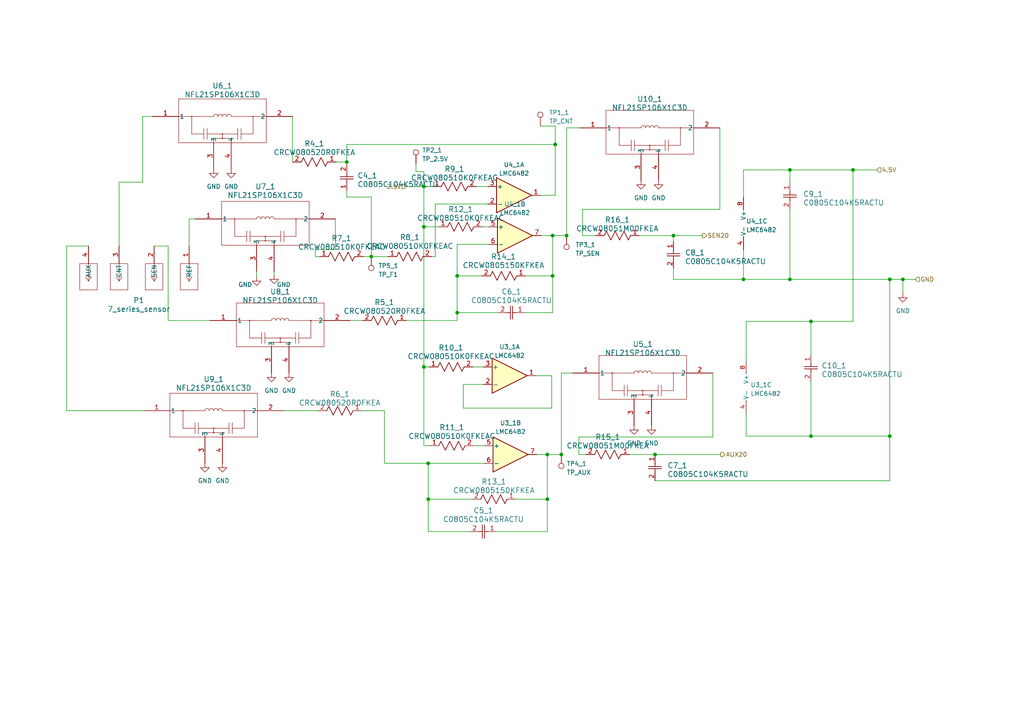
<source format=kicad_sch>
(kicad_sch (version 20230121) (generator eeschema)

  (uuid d12c66c7-9605-4abc-b9a1-9705926b6a4a)

  (paper "A4")

  (lib_symbols
    (symbol "2023-07-19_08-42-50:NFL21SP106X1C3D" (pin_names (offset 0.254)) (in_bom yes) (on_board yes)
      (property "Reference" "U" (at 20.32 10.16 0)
        (effects (font (size 1.524 1.524)))
      )
      (property "Value" "NFL21SP106X1C3D" (at 20.32 7.62 0)
        (effects (font (size 1.524 1.524)))
      )
      (property "Footprint" "GCAP_NFL21SP106X1C3D_MUR" (at 0 0 0)
        (effects (font (size 1.27 1.27) italic) hide)
      )
      (property "Datasheet" "NFL21SP106X1C3D" (at 0 0 0)
        (effects (font (size 1.27 1.27) italic) hide)
      )
      (property "ki_locked" "" (at 0 0 0)
        (effects (font (size 1.27 1.27)))
      )
      (property "ki_keywords" "NFL21SP106X1C3D" (at 0 0 0)
        (effects (font (size 1.27 1.27)) hide)
      )
      (property "ki_fp_filters" "GCAP_NFL21SP106X1C3D_MUR GCAP_NFL21SP106X1C3D_MUR-M GCAP_NFL21SP106X1C3D_MUR-L" (at 0 0 0)
        (effects (font (size 1.27 1.27)) hide)
      )
      (symbol "NFL21SP106X1C3D_0_1"
        (polyline
          (pts
            (xy 7.62 -7.62)
            (xy 33.02 -7.62)
          )
          (stroke (width 0.127) (type default))
          (fill (type none))
        )
        (polyline
          (pts
            (xy 7.62 0)
            (xy 17.78 0)
          )
          (stroke (width 0.127) (type default))
          (fill (type none))
        )
        (polyline
          (pts
            (xy 7.62 5.08)
            (xy 7.62 -7.62)
          )
          (stroke (width 0.127) (type default))
          (fill (type none))
        )
        (polyline
          (pts
            (xy 11.43 -5.08)
            (xy 14.9225 -5.08)
          )
          (stroke (width 0.127) (type default))
          (fill (type none))
        )
        (polyline
          (pts
            (xy 11.43 0)
            (xy 11.43 -5.08)
          )
          (stroke (width 0.127) (type default))
          (fill (type none))
        )
        (polyline
          (pts
            (xy 14.9225 -3.4925)
            (xy 14.9225 -6.6675)
          )
          (stroke (width 0.127) (type default))
          (fill (type none))
        )
        (polyline
          (pts
            (xy 15.875 -6.6675)
            (xy 15.875 -3.4925)
          )
          (stroke (width 0.127) (type default))
          (fill (type none))
        )
        (polyline
          (pts
            (xy 17.78 -6.35)
            (xy 17.78 -7.62)
          )
          (stroke (width 0.127) (type default))
          (fill (type none))
        )
        (polyline
          (pts
            (xy 17.78 -6.35)
            (xy 22.86 -6.35)
          )
          (stroke (width 0.127) (type default))
          (fill (type none))
        )
        (polyline
          (pts
            (xy 20.32 -6.35)
            (xy 20.32 -5.08)
          )
          (stroke (width 0.127) (type default))
          (fill (type none))
        )
        (polyline
          (pts
            (xy 22.86 -6.35)
            (xy 22.86 -7.62)
          )
          (stroke (width 0.127) (type default))
          (fill (type none))
        )
        (polyline
          (pts
            (xy 22.86 0)
            (xy 33.02 0)
          )
          (stroke (width 0.127) (type default))
          (fill (type none))
        )
        (polyline
          (pts
            (xy 24.765 -5.08)
            (xy 15.875 -5.08)
          )
          (stroke (width 0.127) (type default))
          (fill (type none))
        )
        (polyline
          (pts
            (xy 24.765 -3.4925)
            (xy 24.765 -6.6675)
          )
          (stroke (width 0.127) (type default))
          (fill (type none))
        )
        (polyline
          (pts
            (xy 25.7175 -5.08)
            (xy 29.21 -5.08)
          )
          (stroke (width 0.127) (type default))
          (fill (type none))
        )
        (polyline
          (pts
            (xy 25.7175 -3.4925)
            (xy 25.7175 -6.6675)
          )
          (stroke (width 0.127) (type default))
          (fill (type none))
        )
        (polyline
          (pts
            (xy 29.21 0)
            (xy 29.21 -5.08)
          )
          (stroke (width 0.127) (type default))
          (fill (type none))
        )
        (polyline
          (pts
            (xy 33.02 -7.62)
            (xy 33.02 5.08)
          )
          (stroke (width 0.127) (type default))
          (fill (type none))
        )
        (polyline
          (pts
            (xy 33.02 5.08)
            (xy 7.62 5.08)
          )
          (stroke (width 0.127) (type default))
          (fill (type none))
        )
        (circle (center 11.43 0) (radius 0.127)
          (stroke (width 0.127) (type default))
          (fill (type none))
        )
        (arc (start 19.05 0) (mid 18.415 0.6323) (end 17.78 0)
          (stroke (width 0.127) (type default))
          (fill (type none))
        )
        (circle (center 20.32 -6.35) (radius 0.127)
          (stroke (width 0.127) (type default))
          (fill (type none))
        )
        (circle (center 20.32 -5.08) (radius 0.127)
          (stroke (width 0.127) (type default))
          (fill (type none))
        )
        (arc (start 20.32 0) (mid 19.685 0.6323) (end 19.05 0)
          (stroke (width 0.127) (type default))
          (fill (type none))
        )
        (arc (start 21.59 0) (mid 20.955 0.6323) (end 20.32 0)
          (stroke (width 0.127) (type default))
          (fill (type none))
        )
        (arc (start 22.86 0) (mid 22.225 0.6323) (end 21.59 0)
          (stroke (width 0.127) (type default))
          (fill (type none))
        )
        (circle (center 29.21 0) (radius 0.127)
          (stroke (width 0.127) (type default))
          (fill (type none))
        )
        (pin unspecified line (at 0 0 0) (length 7.62)
          (name "1" (effects (font (size 1.27 1.27))))
          (number "1" (effects (font (size 1.27 1.27))))
        )
        (pin unspecified line (at 40.64 0 180) (length 7.62)
          (name "2" (effects (font (size 1.27 1.27))))
          (number "2" (effects (font (size 1.27 1.27))))
        )
        (pin unspecified line (at 17.78 -15.24 90) (length 7.62)
          (name "3" (effects (font (size 1.27 1.27))))
          (number "3" (effects (font (size 1.27 1.27))))
        )
        (pin unspecified line (at 22.86 -15.24 90) (length 7.62)
          (name "4" (effects (font (size 1.27 1.27))))
          (number "4" (effects (font (size 1.27 1.27))))
        )
      )
    )
    (symbol "7_series_sensor:7_series_sensor" (pin_names (offset 0.254)) (in_bom yes) (on_board yes)
      (property "Reference" "J" (at 8.89 6.35 0)
        (effects (font (size 1.524 1.524)))
      )
      (property "Value" "7_series_sensor" (at -2.54 6.35 0)
        (effects (font (size 1.524 1.524)))
      )
      (property "Footprint" "CONN_0331-0-15-15-18-14-10-0_MIM" (at 1.27 -5.08 0)
        (effects (font (size 1.27 1.27) italic) hide)
      )
      (property "Datasheet" "0331-0-15-15-18-14-10-0" (at 1.27 -2.54 0)
        (effects (font (size 1.27 1.27) italic) hide)
      )
      (property "ki_locked" "" (at 0 0 0)
        (effects (font (size 1.27 1.27)))
      )
      (property "ki_keywords" "0331-0-15-15-18-14-10-0" (at 0 0 0)
        (effects (font (size 1.27 1.27)) hide)
      )
      (property "ki_fp_filters" "CONN_0331-0-15-15-18-14-10-0_MIM" (at 0 0 0)
        (effects (font (size 1.27 1.27)) hide)
      )
      (symbol "7_series_sensor_1_1"
        (polyline
          (pts
            (xy -36.83 7.62)
            (xy -31.75 7.62)
          )
          (stroke (width 0.127) (type default))
          (fill (type none))
        )
        (polyline
          (pts
            (xy -36.83 15.24)
            (xy -36.83 7.62)
          )
          (stroke (width 0.127) (type default))
          (fill (type none))
        )
        (polyline
          (pts
            (xy -34.29 10.16)
            (xy -35.1367 11.43)
          )
          (stroke (width 0.127) (type default))
          (fill (type none))
        )
        (polyline
          (pts
            (xy -34.29 10.16)
            (xy -34.29 15.24)
          )
          (stroke (width 0.127) (type default))
          (fill (type none))
        )
        (polyline
          (pts
            (xy -34.29 10.16)
            (xy -33.4433 11.43)
          )
          (stroke (width 0.127) (type default))
          (fill (type none))
        )
        (polyline
          (pts
            (xy -31.75 7.62)
            (xy -31.75 15.24)
          )
          (stroke (width 0.127) (type default))
          (fill (type none))
        )
        (polyline
          (pts
            (xy -31.75 15.24)
            (xy -36.83 15.24)
          )
          (stroke (width 0.127) (type default))
          (fill (type none))
        )
        (polyline
          (pts
            (xy -27.94 7.62)
            (xy -22.86 7.62)
          )
          (stroke (width 0.127) (type default))
          (fill (type none))
        )
        (polyline
          (pts
            (xy -27.94 15.24)
            (xy -27.94 7.62)
          )
          (stroke (width 0.127) (type default))
          (fill (type none))
        )
        (polyline
          (pts
            (xy -25.4 10.16)
            (xy -26.2467 11.43)
          )
          (stroke (width 0.127) (type default))
          (fill (type none))
        )
        (polyline
          (pts
            (xy -25.4 10.16)
            (xy -25.4 15.24)
          )
          (stroke (width 0.127) (type default))
          (fill (type none))
        )
        (polyline
          (pts
            (xy -25.4 10.16)
            (xy -24.5533 11.43)
          )
          (stroke (width 0.127) (type default))
          (fill (type none))
        )
        (polyline
          (pts
            (xy -22.86 7.62)
            (xy -22.86 15.24)
          )
          (stroke (width 0.127) (type default))
          (fill (type none))
        )
        (polyline
          (pts
            (xy -22.86 15.24)
            (xy -27.94 15.24)
          )
          (stroke (width 0.127) (type default))
          (fill (type none))
        )
        (polyline
          (pts
            (xy -17.78 7.62)
            (xy -12.7 7.62)
          )
          (stroke (width 0.127) (type default))
          (fill (type none))
        )
        (polyline
          (pts
            (xy -17.78 15.24)
            (xy -17.78 7.62)
          )
          (stroke (width 0.127) (type default))
          (fill (type none))
        )
        (polyline
          (pts
            (xy -15.24 10.16)
            (xy -16.0867 11.43)
          )
          (stroke (width 0.127) (type default))
          (fill (type none))
        )
        (polyline
          (pts
            (xy -15.24 10.16)
            (xy -15.24 15.24)
          )
          (stroke (width 0.127) (type default))
          (fill (type none))
        )
        (polyline
          (pts
            (xy -15.24 10.16)
            (xy -14.3933 11.43)
          )
          (stroke (width 0.127) (type default))
          (fill (type none))
        )
        (polyline
          (pts
            (xy -12.7 7.62)
            (xy -12.7 15.24)
          )
          (stroke (width 0.127) (type default))
          (fill (type none))
        )
        (polyline
          (pts
            (xy -12.7 15.24)
            (xy -17.78 15.24)
          )
          (stroke (width 0.127) (type default))
          (fill (type none))
        )
        (polyline
          (pts
            (xy -7.62 7.62)
            (xy -2.54 7.62)
          )
          (stroke (width 0.127) (type default))
          (fill (type none))
        )
        (polyline
          (pts
            (xy -7.62 15.24)
            (xy -7.62 7.62)
          )
          (stroke (width 0.127) (type default))
          (fill (type none))
        )
        (polyline
          (pts
            (xy -5.08 10.16)
            (xy -5.9267 11.43)
          )
          (stroke (width 0.127) (type default))
          (fill (type none))
        )
        (polyline
          (pts
            (xy -5.08 10.16)
            (xy -5.08 15.24)
          )
          (stroke (width 0.127) (type default))
          (fill (type none))
        )
        (polyline
          (pts
            (xy -5.08 10.16)
            (xy -4.2333 11.43)
          )
          (stroke (width 0.127) (type default))
          (fill (type none))
        )
        (polyline
          (pts
            (xy -2.54 7.62)
            (xy -2.54 15.24)
          )
          (stroke (width 0.127) (type default))
          (fill (type none))
        )
        (polyline
          (pts
            (xy -2.54 15.24)
            (xy -7.62 15.24)
          )
          (stroke (width 0.127) (type default))
          (fill (type none))
        )
        (pin bidirectional line (at -5.08 20.32 270) (length 5.08)
          (name "REF" (effects (font (size 1.27 1.27))))
          (number "1" (effects (font (size 1.27 1.27))))
        )
        (pin bidirectional line (at -15.24 20.32 270) (length 5.08)
          (name "SEN" (effects (font (size 1.27 1.27))))
          (number "2" (effects (font (size 1.27 1.27))))
        )
        (pin bidirectional line (at -25.4 20.32 270) (length 5.08)
          (name "CNT" (effects (font (size 1.27 1.27))))
          (number "3" (effects (font (size 1.27 1.27))))
        )
        (pin bidirectional line (at -34.29 20.32 270) (length 5.08)
          (name "AUX" (effects (font (size 1.27 1.27))))
          (number "4" (effects (font (size 1.27 1.27))))
        )
      )
      (symbol "7_series_sensor_1_2"
        (polyline
          (pts
            (xy 5.08 -2.54)
            (xy 12.7 -2.54)
          )
          (stroke (width 0.127) (type default))
          (fill (type none))
        )
        (polyline
          (pts
            (xy 5.08 2.54)
            (xy 5.08 -2.54)
          )
          (stroke (width 0.127) (type default))
          (fill (type none))
        )
        (polyline
          (pts
            (xy 7.62 0)
            (xy 5.08 0)
          )
          (stroke (width 0.127) (type default))
          (fill (type none))
        )
        (polyline
          (pts
            (xy 7.62 0)
            (xy 8.89 -0.8467)
          )
          (stroke (width 0.127) (type default))
          (fill (type none))
        )
        (polyline
          (pts
            (xy 7.62 0)
            (xy 8.89 0.8467)
          )
          (stroke (width 0.127) (type default))
          (fill (type none))
        )
        (polyline
          (pts
            (xy 12.7 -2.54)
            (xy 12.7 2.54)
          )
          (stroke (width 0.127) (type default))
          (fill (type none))
        )
        (polyline
          (pts
            (xy 12.7 2.54)
            (xy 5.08 2.54)
          )
          (stroke (width 0.127) (type default))
          (fill (type none))
        )
        (pin unspecified line (at 0 0 0) (length 5.08)
          (name "1" (effects (font (size 1.27 1.27))))
          (number "1" (effects (font (size 1.27 1.27))))
        )
      )
    )
    (symbol "Amplifier_Operational:LMC6482" (pin_names (offset 0.127)) (in_bom yes) (on_board yes)
      (property "Reference" "U" (at 0 5.08 0)
        (effects (font (size 1.27 1.27)) (justify left))
      )
      (property "Value" "LMC6482" (at 0 -5.08 0)
        (effects (font (size 1.27 1.27)) (justify left))
      )
      (property "Footprint" "" (at 0 0 0)
        (effects (font (size 1.27 1.27)) hide)
      )
      (property "Datasheet" "http://www.ti.com/lit/ds/symlink/lmc6482.pdf" (at 0 0 0)
        (effects (font (size 1.27 1.27)) hide)
      )
      (property "ki_locked" "" (at 0 0 0)
        (effects (font (size 1.27 1.27)))
      )
      (property "ki_keywords" "dual opamp" (at 0 0 0)
        (effects (font (size 1.27 1.27)) hide)
      )
      (property "ki_description" "Dual CMOS Rail-to-Rail Input and Output Operational Amplifier, DIP-8/SOIC-8, SSOP-8" (at 0 0 0)
        (effects (font (size 1.27 1.27)) hide)
      )
      (property "ki_fp_filters" "SOIC*3.9x4.9mm*P1.27mm* DIP*W7.62mm* TO*99* OnSemi*Micro8* TSSOP*3x3mm*P0.65mm* TSSOP*4.4x3mm*P0.65mm* MSOP*3x3mm*P0.65mm* SSOP*3.9x4.9mm*P0.635mm* LFCSP*2x2mm*P0.5mm* *SIP* SOIC*5.3x6.2mm*P1.27mm*" (at 0 0 0)
        (effects (font (size 1.27 1.27)) hide)
      )
      (symbol "LMC6482_1_1"
        (polyline
          (pts
            (xy -5.08 5.08)
            (xy 5.08 0)
            (xy -5.08 -5.08)
            (xy -5.08 5.08)
          )
          (stroke (width 0.254) (type default))
          (fill (type background))
        )
        (pin output line (at 7.62 0 180) (length 2.54)
          (name "~" (effects (font (size 1.27 1.27))))
          (number "1" (effects (font (size 1.27 1.27))))
        )
        (pin input line (at -7.62 -2.54 0) (length 2.54)
          (name "-" (effects (font (size 1.27 1.27))))
          (number "2" (effects (font (size 1.27 1.27))))
        )
        (pin input line (at -7.62 2.54 0) (length 2.54)
          (name "+" (effects (font (size 1.27 1.27))))
          (number "3" (effects (font (size 1.27 1.27))))
        )
      )
      (symbol "LMC6482_2_1"
        (polyline
          (pts
            (xy -5.08 5.08)
            (xy 5.08 0)
            (xy -5.08 -5.08)
            (xy -5.08 5.08)
          )
          (stroke (width 0.254) (type default))
          (fill (type background))
        )
        (pin input line (at -7.62 2.54 0) (length 2.54)
          (name "+" (effects (font (size 1.27 1.27))))
          (number "5" (effects (font (size 1.27 1.27))))
        )
        (pin input line (at -7.62 -2.54 0) (length 2.54)
          (name "-" (effects (font (size 1.27 1.27))))
          (number "6" (effects (font (size 1.27 1.27))))
        )
        (pin output line (at 7.62 0 180) (length 2.54)
          (name "~" (effects (font (size 1.27 1.27))))
          (number "7" (effects (font (size 1.27 1.27))))
        )
      )
      (symbol "LMC6482_3_1"
        (pin power_in line (at -2.54 -7.62 90) (length 3.81)
          (name "V-" (effects (font (size 1.27 1.27))))
          (number "4" (effects (font (size 1.27 1.27))))
        )
        (pin power_in line (at -2.54 7.62 270) (length 3.81)
          (name "V+" (effects (font (size 1.27 1.27))))
          (number "8" (effects (font (size 1.27 1.27))))
        )
      )
    )
    (symbol "Connector:TestPoint" (pin_numbers hide) (pin_names (offset 0.762) hide) (in_bom yes) (on_board yes)
      (property "Reference" "TP" (at 0 6.858 0)
        (effects (font (size 1.27 1.27)))
      )
      (property "Value" "TestPoint" (at 0 5.08 0)
        (effects (font (size 1.27 1.27)))
      )
      (property "Footprint" "" (at 5.08 0 0)
        (effects (font (size 1.27 1.27)) hide)
      )
      (property "Datasheet" "~" (at 5.08 0 0)
        (effects (font (size 1.27 1.27)) hide)
      )
      (property "ki_keywords" "test point tp" (at 0 0 0)
        (effects (font (size 1.27 1.27)) hide)
      )
      (property "ki_description" "test point" (at 0 0 0)
        (effects (font (size 1.27 1.27)) hide)
      )
      (property "ki_fp_filters" "Pin* Test*" (at 0 0 0)
        (effects (font (size 1.27 1.27)) hide)
      )
      (symbol "TestPoint_0_1"
        (circle (center 0 3.302) (radius 0.762)
          (stroke (width 0) (type default))
          (fill (type none))
        )
      )
      (symbol "TestPoint_1_1"
        (pin passive line (at 0 0 90) (length 2.54)
          (name "1" (effects (font (size 1.27 1.27))))
          (number "1" (effects (font (size 1.27 1.27))))
        )
      )
    )
    (symbol "Vishay_10k:CRCW080510K0FKEAC" (pin_names (offset 0.254)) (in_bom yes) (on_board yes)
      (property "Reference" "R" (at 5.715 3.81 0)
        (effects (font (size 1.524 1.524)))
      )
      (property "Value" "CRCW080510K0FKEAC" (at 6.35 -3.81 0)
        (effects (font (size 1.524 1.524)))
      )
      (property "Footprint" "RES_CRCW_0805_VIS" (at 0 0 0)
        (effects (font (size 1.27 1.27) italic) hide)
      )
      (property "Datasheet" "CRCW080510K0FKEAC" (at 0 0 0)
        (effects (font (size 1.27 1.27) italic) hide)
      )
      (property "ki_locked" "" (at 0 0 0)
        (effects (font (size 1.27 1.27)))
      )
      (property "ki_keywords" "CRCW080510K0FKEAC" (at 0 0 0)
        (effects (font (size 1.27 1.27)) hide)
      )
      (property "ki_fp_filters" "RES_CRCW_0805_VIS RES_CRCW_0805_VIS-M RES_CRCW_0805_VIS-L" (at 0 0 0)
        (effects (font (size 1.27 1.27)) hide)
      )
      (symbol "CRCW080510K0FKEAC_1_1"
        (polyline
          (pts
            (xy 2.54 0)
            (xy 3.175 1.27)
          )
          (stroke (width 0.2032) (type default))
          (fill (type none))
        )
        (polyline
          (pts
            (xy 3.175 1.27)
            (xy 4.445 -1.27)
          )
          (stroke (width 0.2032) (type default))
          (fill (type none))
        )
        (polyline
          (pts
            (xy 4.445 -1.27)
            (xy 5.715 1.27)
          )
          (stroke (width 0.2032) (type default))
          (fill (type none))
        )
        (polyline
          (pts
            (xy 5.715 1.27)
            (xy 6.985 -1.27)
          )
          (stroke (width 0.2032) (type default))
          (fill (type none))
        )
        (polyline
          (pts
            (xy 6.985 -1.27)
            (xy 8.255 1.27)
          )
          (stroke (width 0.2032) (type default))
          (fill (type none))
        )
        (polyline
          (pts
            (xy 8.255 1.27)
            (xy 9.525 -1.27)
          )
          (stroke (width 0.2032) (type default))
          (fill (type none))
        )
        (polyline
          (pts
            (xy 9.525 -1.27)
            (xy 10.16 0)
          )
          (stroke (width 0.2032) (type default))
          (fill (type none))
        )
        (pin unspecified line (at 0 0 0) (length 2.54)
          (name "" (effects (font (size 1.27 1.27))))
          (number "1" (effects (font (size 1.27 1.27))))
        )
        (pin unspecified line (at 12.7 0 180) (length 2.54)
          (name "" (effects (font (size 1.27 1.27))))
          (number "2" (effects (font (size 1.27 1.27))))
        )
      )
      (symbol "CRCW080510K0FKEAC_1_2"
        (polyline
          (pts
            (xy -1.27 3.175)
            (xy 1.27 4.445)
          )
          (stroke (width 0.2032) (type default))
          (fill (type none))
        )
        (polyline
          (pts
            (xy -1.27 5.715)
            (xy 1.27 6.985)
          )
          (stroke (width 0.2032) (type default))
          (fill (type none))
        )
        (polyline
          (pts
            (xy -1.27 8.255)
            (xy 1.27 9.525)
          )
          (stroke (width 0.2032) (type default))
          (fill (type none))
        )
        (polyline
          (pts
            (xy 0 2.54)
            (xy -1.27 3.175)
          )
          (stroke (width 0.2032) (type default))
          (fill (type none))
        )
        (polyline
          (pts
            (xy 1.27 4.445)
            (xy -1.27 5.715)
          )
          (stroke (width 0.2032) (type default))
          (fill (type none))
        )
        (polyline
          (pts
            (xy 1.27 6.985)
            (xy -1.27 8.255)
          )
          (stroke (width 0.2032) (type default))
          (fill (type none))
        )
        (polyline
          (pts
            (xy 1.27 9.525)
            (xy 0 10.16)
          )
          (stroke (width 0.2032) (type default))
          (fill (type none))
        )
        (pin unspecified line (at 0 12.7 270) (length 2.54)
          (name "" (effects (font (size 1.27 1.27))))
          (number "1" (effects (font (size 1.27 1.27))))
        )
        (pin unspecified line (at 0 0 90) (length 2.54)
          (name "" (effects (font (size 1.27 1.27))))
          (number "2" (effects (font (size 1.27 1.27))))
        )
      )
    )
    (symbol "Vishay_150k:CRCW0805150KFKEA" (pin_names (offset 0.254)) (in_bom yes) (on_board yes)
      (property "Reference" "R" (at 5.715 3.81 0)
        (effects (font (size 1.524 1.524)))
      )
      (property "Value" "CRCW0805150KFKEA" (at 6.35 -3.81 0)
        (effects (font (size 1.524 1.524)))
      )
      (property "Footprint" "RC0805N_VIS" (at 0 0 0)
        (effects (font (size 1.27 1.27) italic) hide)
      )
      (property "Datasheet" "CRCW0805150KFKEA" (at 0 0 0)
        (effects (font (size 1.27 1.27) italic) hide)
      )
      (property "ki_locked" "" (at 0 0 0)
        (effects (font (size 1.27 1.27)))
      )
      (property "ki_keywords" "CRCW0805150KFKEA" (at 0 0 0)
        (effects (font (size 1.27 1.27)) hide)
      )
      (property "ki_fp_filters" "RC0805N_VIS RC0805N_VIS-M RC0805N_VIS-L" (at 0 0 0)
        (effects (font (size 1.27 1.27)) hide)
      )
      (symbol "CRCW0805150KFKEA_1_1"
        (polyline
          (pts
            (xy 2.54 0)
            (xy 3.175 1.27)
          )
          (stroke (width 0.2032) (type default))
          (fill (type none))
        )
        (polyline
          (pts
            (xy 3.175 1.27)
            (xy 4.445 -1.27)
          )
          (stroke (width 0.2032) (type default))
          (fill (type none))
        )
        (polyline
          (pts
            (xy 4.445 -1.27)
            (xy 5.715 1.27)
          )
          (stroke (width 0.2032) (type default))
          (fill (type none))
        )
        (polyline
          (pts
            (xy 5.715 1.27)
            (xy 6.985 -1.27)
          )
          (stroke (width 0.2032) (type default))
          (fill (type none))
        )
        (polyline
          (pts
            (xy 6.985 -1.27)
            (xy 8.255 1.27)
          )
          (stroke (width 0.2032) (type default))
          (fill (type none))
        )
        (polyline
          (pts
            (xy 8.255 1.27)
            (xy 9.525 -1.27)
          )
          (stroke (width 0.2032) (type default))
          (fill (type none))
        )
        (polyline
          (pts
            (xy 9.525 -1.27)
            (xy 10.16 0)
          )
          (stroke (width 0.2032) (type default))
          (fill (type none))
        )
        (pin unspecified line (at 12.7 0 180) (length 2.54)
          (name "" (effects (font (size 1.27 1.27))))
          (number "1" (effects (font (size 1.27 1.27))))
        )
        (pin unspecified line (at 0 0 0) (length 2.54)
          (name "" (effects (font (size 1.27 1.27))))
          (number "2" (effects (font (size 1.27 1.27))))
        )
      )
      (symbol "CRCW0805150KFKEA_1_2"
        (polyline
          (pts
            (xy -1.27 3.175)
            (xy 1.27 4.445)
          )
          (stroke (width 0.2032) (type default))
          (fill (type none))
        )
        (polyline
          (pts
            (xy -1.27 5.715)
            (xy 1.27 6.985)
          )
          (stroke (width 0.2032) (type default))
          (fill (type none))
        )
        (polyline
          (pts
            (xy -1.27 8.255)
            (xy 1.27 9.525)
          )
          (stroke (width 0.2032) (type default))
          (fill (type none))
        )
        (polyline
          (pts
            (xy 0 2.54)
            (xy -1.27 3.175)
          )
          (stroke (width 0.2032) (type default))
          (fill (type none))
        )
        (polyline
          (pts
            (xy 1.27 4.445)
            (xy -1.27 5.715)
          )
          (stroke (width 0.2032) (type default))
          (fill (type none))
        )
        (polyline
          (pts
            (xy 1.27 6.985)
            (xy -1.27 8.255)
          )
          (stroke (width 0.2032) (type default))
          (fill (type none))
        )
        (polyline
          (pts
            (xy 1.27 9.525)
            (xy 0 10.16)
          )
          (stroke (width 0.2032) (type default))
          (fill (type none))
        )
        (pin unspecified line (at 0 12.7 270) (length 2.54)
          (name "" (effects (font (size 1.27 1.27))))
          (number "1" (effects (font (size 1.27 1.27))))
        )
        (pin unspecified line (at 0 0 90) (length 2.54)
          (name "" (effects (font (size 1.27 1.27))))
          (number "2" (effects (font (size 1.27 1.27))))
        )
      )
    )
    (symbol "Vishay_1M:CRCW08051M00FKEA" (pin_names (offset 0.254)) (in_bom yes) (on_board yes)
      (property "Reference" "R" (at 5.715 3.81 0)
        (effects (font (size 1.524 1.524)))
      )
      (property "Value" "CRCW08051M00FKEA" (at 6.35 -3.81 0)
        (effects (font (size 1.524 1.524)))
      )
      (property "Footprint" "RES_CRCW_0805" (at 0 0 0)
        (effects (font (size 1.27 1.27) italic) hide)
      )
      (property "Datasheet" "CRCW08051M00FKEA" (at 0 0 0)
        (effects (font (size 1.27 1.27) italic) hide)
      )
      (property "ki_locked" "" (at 0 0 0)
        (effects (font (size 1.27 1.27)))
      )
      (property "ki_keywords" "CRCW08051M00FKEA" (at 0 0 0)
        (effects (font (size 1.27 1.27)) hide)
      )
      (property "ki_fp_filters" "RES_CRCW_0805 RES_CRCW_0805-M RES_CRCW_0805-L" (at 0 0 0)
        (effects (font (size 1.27 1.27)) hide)
      )
      (symbol "CRCW08051M00FKEA_1_1"
        (polyline
          (pts
            (xy 2.54 0)
            (xy 3.175 1.27)
          )
          (stroke (width 0.2032) (type default))
          (fill (type none))
        )
        (polyline
          (pts
            (xy 3.175 1.27)
            (xy 4.445 -1.27)
          )
          (stroke (width 0.2032) (type default))
          (fill (type none))
        )
        (polyline
          (pts
            (xy 4.445 -1.27)
            (xy 5.715 1.27)
          )
          (stroke (width 0.2032) (type default))
          (fill (type none))
        )
        (polyline
          (pts
            (xy 5.715 1.27)
            (xy 6.985 -1.27)
          )
          (stroke (width 0.2032) (type default))
          (fill (type none))
        )
        (polyline
          (pts
            (xy 6.985 -1.27)
            (xy 8.255 1.27)
          )
          (stroke (width 0.2032) (type default))
          (fill (type none))
        )
        (polyline
          (pts
            (xy 8.255 1.27)
            (xy 9.525 -1.27)
          )
          (stroke (width 0.2032) (type default))
          (fill (type none))
        )
        (polyline
          (pts
            (xy 9.525 -1.27)
            (xy 10.16 0)
          )
          (stroke (width 0.2032) (type default))
          (fill (type none))
        )
        (pin unspecified line (at 12.7 0 180) (length 2.54)
          (name "" (effects (font (size 1.27 1.27))))
          (number "1" (effects (font (size 1.27 1.27))))
        )
        (pin unspecified line (at 0 0 0) (length 2.54)
          (name "" (effects (font (size 1.27 1.27))))
          (number "2" (effects (font (size 1.27 1.27))))
        )
      )
      (symbol "CRCW08051M00FKEA_1_2"
        (polyline
          (pts
            (xy -1.27 3.175)
            (xy 1.27 4.445)
          )
          (stroke (width 0.2032) (type default))
          (fill (type none))
        )
        (polyline
          (pts
            (xy -1.27 5.715)
            (xy 1.27 6.985)
          )
          (stroke (width 0.2032) (type default))
          (fill (type none))
        )
        (polyline
          (pts
            (xy -1.27 8.255)
            (xy 1.27 9.525)
          )
          (stroke (width 0.2032) (type default))
          (fill (type none))
        )
        (polyline
          (pts
            (xy 0 2.54)
            (xy -1.27 3.175)
          )
          (stroke (width 0.2032) (type default))
          (fill (type none))
        )
        (polyline
          (pts
            (xy 1.27 4.445)
            (xy -1.27 5.715)
          )
          (stroke (width 0.2032) (type default))
          (fill (type none))
        )
        (polyline
          (pts
            (xy 1.27 6.985)
            (xy -1.27 8.255)
          )
          (stroke (width 0.2032) (type default))
          (fill (type none))
        )
        (polyline
          (pts
            (xy 1.27 9.525)
            (xy 0 10.16)
          )
          (stroke (width 0.2032) (type default))
          (fill (type none))
        )
        (pin unspecified line (at 0 12.7 270) (length 2.54)
          (name "" (effects (font (size 1.27 1.27))))
          (number "1" (effects (font (size 1.27 1.27))))
        )
        (pin unspecified line (at 0 0 90) (length 2.54)
          (name "" (effects (font (size 1.27 1.27))))
          (number "2" (effects (font (size 1.27 1.27))))
        )
      )
    )
    (symbol "Vishay_20R:CRCW080520R0FKEA" (pin_names (offset 0.254)) (in_bom yes) (on_board yes)
      (property "Reference" "R" (at 5.715 3.81 0)
        (effects (font (size 1.524 1.524)))
      )
      (property "Value" "CRCW080520R0FKEA" (at 6.35 -3.81 0)
        (effects (font (size 1.524 1.524)))
      )
      (property "Footprint" "RC0805N_VIS" (at 0 0 0)
        (effects (font (size 1.27 1.27) italic) hide)
      )
      (property "Datasheet" "CRCW080520R0FKEA" (at 0 0 0)
        (effects (font (size 1.27 1.27) italic) hide)
      )
      (property "ki_locked" "" (at 0 0 0)
        (effects (font (size 1.27 1.27)))
      )
      (property "ki_keywords" "CRCW080520R0FKEA" (at 0 0 0)
        (effects (font (size 1.27 1.27)) hide)
      )
      (property "ki_fp_filters" "RC0805N_VIS RC0805N_VIS-M RC0805N_VIS-L" (at 0 0 0)
        (effects (font (size 1.27 1.27)) hide)
      )
      (symbol "CRCW080520R0FKEA_1_1"
        (polyline
          (pts
            (xy 2.54 0)
            (xy 3.175 1.27)
          )
          (stroke (width 0.2032) (type default))
          (fill (type none))
        )
        (polyline
          (pts
            (xy 3.175 1.27)
            (xy 4.445 -1.27)
          )
          (stroke (width 0.2032) (type default))
          (fill (type none))
        )
        (polyline
          (pts
            (xy 4.445 -1.27)
            (xy 5.715 1.27)
          )
          (stroke (width 0.2032) (type default))
          (fill (type none))
        )
        (polyline
          (pts
            (xy 5.715 1.27)
            (xy 6.985 -1.27)
          )
          (stroke (width 0.2032) (type default))
          (fill (type none))
        )
        (polyline
          (pts
            (xy 6.985 -1.27)
            (xy 8.255 1.27)
          )
          (stroke (width 0.2032) (type default))
          (fill (type none))
        )
        (polyline
          (pts
            (xy 8.255 1.27)
            (xy 9.525 -1.27)
          )
          (stroke (width 0.2032) (type default))
          (fill (type none))
        )
        (polyline
          (pts
            (xy 9.525 -1.27)
            (xy 10.16 0)
          )
          (stroke (width 0.2032) (type default))
          (fill (type none))
        )
        (pin unspecified line (at 12.7 0 180) (length 2.54)
          (name "" (effects (font (size 1.27 1.27))))
          (number "1" (effects (font (size 1.27 1.27))))
        )
        (pin unspecified line (at 0 0 0) (length 2.54)
          (name "" (effects (font (size 1.27 1.27))))
          (number "2" (effects (font (size 1.27 1.27))))
        )
      )
      (symbol "CRCW080520R0FKEA_1_2"
        (polyline
          (pts
            (xy -1.27 3.175)
            (xy 1.27 4.445)
          )
          (stroke (width 0.2032) (type default))
          (fill (type none))
        )
        (polyline
          (pts
            (xy -1.27 5.715)
            (xy 1.27 6.985)
          )
          (stroke (width 0.2032) (type default))
          (fill (type none))
        )
        (polyline
          (pts
            (xy -1.27 8.255)
            (xy 1.27 9.525)
          )
          (stroke (width 0.2032) (type default))
          (fill (type none))
        )
        (polyline
          (pts
            (xy 0 2.54)
            (xy -1.27 3.175)
          )
          (stroke (width 0.2032) (type default))
          (fill (type none))
        )
        (polyline
          (pts
            (xy 1.27 4.445)
            (xy -1.27 5.715)
          )
          (stroke (width 0.2032) (type default))
          (fill (type none))
        )
        (polyline
          (pts
            (xy 1.27 6.985)
            (xy -1.27 8.255)
          )
          (stroke (width 0.2032) (type default))
          (fill (type none))
        )
        (polyline
          (pts
            (xy 1.27 9.525)
            (xy 0 10.16)
          )
          (stroke (width 0.2032) (type default))
          (fill (type none))
        )
        (pin unspecified line (at 0 12.7 270) (length 2.54)
          (name "" (effects (font (size 1.27 1.27))))
          (number "1" (effects (font (size 1.27 1.27))))
        )
        (pin unspecified line (at 0 0 90) (length 2.54)
          (name "" (effects (font (size 1.27 1.27))))
          (number "2" (effects (font (size 1.27 1.27))))
        )
      )
    )
    (symbol "kemet_0.1uf:C0805C104K5RACTU" (pin_names (offset 0.254)) (in_bom yes) (on_board yes)
      (property "Reference" "C" (at 3.81 3.81 0)
        (effects (font (size 1.524 1.524)))
      )
      (property "Value" "C0805C104K5RACTU" (at 3.81 -3.81 0)
        (effects (font (size 1.524 1.524)))
      )
      (property "Footprint" "CAPC220145_88N_KEM" (at 0 0 0)
        (effects (font (size 1.27 1.27) italic) hide)
      )
      (property "Datasheet" "C0805C104K5RACTU" (at 0 0 0)
        (effects (font (size 1.27 1.27) italic) hide)
      )
      (property "ki_locked" "" (at 0 0 0)
        (effects (font (size 1.27 1.27)))
      )
      (property "ki_keywords" "C0805C104K5RACTU" (at 0 0 0)
        (effects (font (size 1.27 1.27)) hide)
      )
      (property "ki_fp_filters" "CAPC220145_88N_KEM CAPC220145_88N_KEM-M CAPC220145_88N_KEM-L" (at 0 0 0)
        (effects (font (size 1.27 1.27)) hide)
      )
      (symbol "C0805C104K5RACTU_1_1"
        (polyline
          (pts
            (xy 2.54 0)
            (xy 3.4798 0)
          )
          (stroke (width 0.2032) (type default))
          (fill (type none))
        )
        (polyline
          (pts
            (xy 3.4798 -1.905)
            (xy 3.4798 1.905)
          )
          (stroke (width 0.2032) (type default))
          (fill (type none))
        )
        (polyline
          (pts
            (xy 4.1148 -1.905)
            (xy 4.1148 1.905)
          )
          (stroke (width 0.2032) (type default))
          (fill (type none))
        )
        (polyline
          (pts
            (xy 4.1148 0)
            (xy 5.08 0)
          )
          (stroke (width 0.2032) (type default))
          (fill (type none))
        )
        (pin unspecified line (at 0 0 0) (length 2.54)
          (name "" (effects (font (size 1.27 1.27))))
          (number "1" (effects (font (size 1.27 1.27))))
        )
        (pin unspecified line (at 7.62 0 180) (length 2.54)
          (name "" (effects (font (size 1.27 1.27))))
          (number "2" (effects (font (size 1.27 1.27))))
        )
      )
      (symbol "C0805C104K5RACTU_1_2"
        (polyline
          (pts
            (xy -1.905 -4.1148)
            (xy 1.905 -4.1148)
          )
          (stroke (width 0.2032) (type default))
          (fill (type none))
        )
        (polyline
          (pts
            (xy -1.905 -3.4798)
            (xy 1.905 -3.4798)
          )
          (stroke (width 0.2032) (type default))
          (fill (type none))
        )
        (polyline
          (pts
            (xy 0 -4.1148)
            (xy 0 -5.08)
          )
          (stroke (width 0.2032) (type default))
          (fill (type none))
        )
        (polyline
          (pts
            (xy 0 -2.54)
            (xy 0 -3.4798)
          )
          (stroke (width 0.2032) (type default))
          (fill (type none))
        )
        (pin unspecified line (at 0 0 270) (length 2.54)
          (name "" (effects (font (size 1.27 1.27))))
          (number "1" (effects (font (size 1.27 1.27))))
        )
        (pin unspecified line (at 0 -7.62 90) (length 2.54)
          (name "" (effects (font (size 1.27 1.27))))
          (number "2" (effects (font (size 1.27 1.27))))
        )
      )
    )
    (symbol "power:GND" (power) (pin_names (offset 0)) (in_bom yes) (on_board yes)
      (property "Reference" "#PWR" (at 0 -6.35 0)
        (effects (font (size 1.27 1.27)) hide)
      )
      (property "Value" "GND" (at 0 -3.81 0)
        (effects (font (size 1.27 1.27)))
      )
      (property "Footprint" "" (at 0 0 0)
        (effects (font (size 1.27 1.27)) hide)
      )
      (property "Datasheet" "" (at 0 0 0)
        (effects (font (size 1.27 1.27)) hide)
      )
      (property "ki_keywords" "global power" (at 0 0 0)
        (effects (font (size 1.27 1.27)) hide)
      )
      (property "ki_description" "Power symbol creates a global label with name \"GND\" , ground" (at 0 0 0)
        (effects (font (size 1.27 1.27)) hide)
      )
      (symbol "GND_0_1"
        (polyline
          (pts
            (xy 0 0)
            (xy 0 -1.27)
            (xy 1.27 -1.27)
            (xy 0 -2.54)
            (xy -1.27 -1.27)
            (xy 0 -1.27)
          )
          (stroke (width 0) (type default))
          (fill (type none))
        )
      )
      (symbol "GND_1_1"
        (pin power_in line (at 0 0 270) (length 0) hide
          (name "GND" (effects (font (size 1.27 1.27))))
          (number "1" (effects (font (size 1.27 1.27))))
        )
      )
    )
  )

  (junction (at 107.696 74.422) (diameter 0) (color 0 0 0 0)
    (uuid 2103bf2e-9cb7-49b5-853e-8ee007eafb0f)
  )
  (junction (at 122.936 106.426) (diameter 0) (color 0 0 0 0)
    (uuid 22be1b80-1aad-410f-85a9-d2254262a1c3)
  )
  (junction (at 162.814 131.826) (diameter 0) (color 0 0 0 0)
    (uuid 3043d53c-0632-4741-bc04-241d93f64275)
  )
  (junction (at 229.108 49.276) (diameter 0) (color 0 0 0 0)
    (uuid 43bffe37-44a4-4fbd-bc47-2fbf5552ee99)
  )
  (junction (at 160.274 80.01) (diameter 0) (color 0 0 0 0)
    (uuid 445d9d44-6d17-4d75-85fe-5c05a09c1a26)
  )
  (junction (at 158.75 144.78) (diameter 0) (color 0 0 0 0)
    (uuid 44c9f1ea-06ba-4059-be47-9c07882d81f5)
  )
  (junction (at 122.936 54.102) (diameter 0) (color 0 0 0 0)
    (uuid 58edcccd-6045-49d1-bd26-01e8291c7a78)
  )
  (junction (at 235.204 93.218) (diameter 0) (color 0 0 0 0)
    (uuid 69a3b43f-39e4-471a-94f9-a683ccc2b2d9)
  )
  (junction (at 158.75 131.826) (diameter 0) (color 0 0 0 0)
    (uuid 6b1aa708-df81-4a1d-b8c9-eda3f032b00e)
  )
  (junction (at 189.992 131.826) (diameter 0) (color 0 0 0 0)
    (uuid 8b554ff9-6e4d-4daa-a1de-a5fa3f8a7c27)
  )
  (junction (at 160.274 68.326) (diameter 0) (color 0 0 0 0)
    (uuid 925efa46-6bf9-4ec3-9ac3-0fe1838becbb)
  )
  (junction (at 229.108 81.026) (diameter 0) (color 0 0 0 0)
    (uuid 9bdb7adb-b96c-4ce7-856a-df83420785ec)
  )
  (junction (at 258.064 81.026) (diameter 0) (color 0 0 0 0)
    (uuid a23f0fb7-1924-446b-b381-0ccf5a91e2ad)
  )
  (junction (at 132.588 80.01) (diameter 0) (color 0 0 0 0)
    (uuid b8951639-7b01-4092-8975-2cfc1fa7a95b)
  )
  (junction (at 247.396 49.276) (diameter 0) (color 0 0 0 0)
    (uuid b9542674-25df-425d-88fe-2af5b767d285)
  )
  (junction (at 195.326 68.326) (diameter 0) (color 0 0 0 0)
    (uuid b9ced5c4-7b31-4c35-8042-e8ef339c2115)
  )
  (junction (at 164.338 68.326) (diameter 0) (color 0 0 0 0)
    (uuid c067df45-08f7-4988-b5b2-a85a10aff3fb)
  )
  (junction (at 124.206 134.366) (diameter 0) (color 0 0 0 0)
    (uuid c99a4fff-d35a-4838-9a18-2a5e07de362a)
  )
  (junction (at 235.204 126.492) (diameter 0) (color 0 0 0 0)
    (uuid dc7aeae6-405a-4c7c-8225-712abb846f40)
  )
  (junction (at 258.064 126.492) (diameter 0) (color 0 0 0 0)
    (uuid de05a721-af5d-4585-b9bd-9b8d10aef271)
  )
  (junction (at 100.584 46.99) (diameter 0) (color 0 0 0 0)
    (uuid e0ff349f-41aa-4ee6-a335-2ba45fd6efe0)
  )
  (junction (at 122.936 65.786) (diameter 0) (color 0 0 0 0)
    (uuid e21325f6-1f5d-49d1-b119-5249d098e1f1)
  )
  (junction (at 215.646 81.026) (diameter 0) (color 0 0 0 0)
    (uuid e865ce84-f900-4401-9111-9144c97979c5)
  )
  (junction (at 161.036 41.91) (diameter 0) (color 0 0 0 0)
    (uuid eaecda01-bf5e-4bcc-b3da-360817d9b0c9)
  )
  (junction (at 261.874 81.026) (diameter 0) (color 0 0 0 0)
    (uuid f0230431-0dbf-4ee1-aadf-0bfd4c0d143e)
  )
  (junction (at 132.588 90.678) (diameter 0) (color 0 0 0 0)
    (uuid f4fd8012-675d-4d18-8f5b-9472c5bf878b)
  )
  (junction (at 124.206 144.78) (diameter 0) (color 0 0 0 0)
    (uuid f5989132-4c74-4751-8240-b6563405db92)
  )

  (wire (pts (xy 139.954 65.786) (xy 141.732 65.786))
    (stroke (width 0) (type default))
    (uuid 01a11276-7a55-4543-a5f5-106b85d27c86)
  )
  (wire (pts (xy 127.254 65.786) (xy 122.936 65.786))
    (stroke (width 0) (type default))
    (uuid 028e8f61-0bc4-4386-8dd4-cebee64e2786)
  )
  (wire (pts (xy 84.836 33.782) (xy 84.836 46.99))
    (stroke (width 0) (type default))
    (uuid 0326602f-1c42-42c8-95f0-64e4029e704e)
  )
  (wire (pts (xy 166.116 108.204) (xy 162.814 108.204))
    (stroke (width 0) (type default))
    (uuid 040f8c72-bda1-4f6c-a76e-4e96b787cef1)
  )
  (wire (pts (xy 155.702 131.826) (xy 158.75 131.826))
    (stroke (width 0) (type default))
    (uuid 0538f099-bb73-46f0-83a0-6a9d009a9cdc)
  )
  (wire (pts (xy 126.238 59.182) (xy 126.238 74.422))
    (stroke (width 0) (type default))
    (uuid 06b32f27-35e2-4c9d-b853-c83e9c4e4cdb)
  )
  (wire (pts (xy 137.16 106.426) (xy 140.208 106.426))
    (stroke (width 0) (type default))
    (uuid 076e45cf-03c2-40df-b115-57ad45a05e94)
  )
  (wire (pts (xy 132.588 80.01) (xy 139.7 80.01))
    (stroke (width 0) (type default))
    (uuid 08bc96fd-82ad-4183-92f0-a747ae951197)
  )
  (wire (pts (xy 97.282 63.5) (xy 97.282 72.39))
    (stroke (width 0) (type default))
    (uuid 096649ec-3c14-4e67-b40a-95a272d5e10b)
  )
  (wire (pts (xy 182.626 131.826) (xy 189.992 131.826))
    (stroke (width 0) (type default))
    (uuid 0aa38f80-4b6a-45d1-8bd3-938ba2de46f8)
  )
  (wire (pts (xy 100.584 55.372) (xy 100.584 57.15))
    (stroke (width 0) (type default))
    (uuid 0b2cb4fd-c241-4d8a-b0e2-10a1ff66fa79)
  )
  (wire (pts (xy 91.44 74.422) (xy 92.71 74.422))
    (stroke (width 0) (type default))
    (uuid 0c0ea5cb-64fe-40ca-85e2-a29cf2477fe7)
  )
  (wire (pts (xy 54.864 63.5) (xy 54.864 71.374))
    (stroke (width 0) (type default))
    (uuid 1053e116-2e4a-4464-8f2b-e27b1b3d88ee)
  )
  (wire (pts (xy 164.338 37.084) (xy 168.148 37.084))
    (stroke (width 0) (type default))
    (uuid 12d9d7ac-06c8-484c-abd5-60554294e6e3)
  )
  (wire (pts (xy 216.408 104.648) (xy 216.408 93.218))
    (stroke (width 0) (type default))
    (uuid 13d9938f-2d84-41ee-86bd-dba67a962f55)
  )
  (wire (pts (xy 107.696 74.422) (xy 112.522 74.422))
    (stroke (width 0) (type default))
    (uuid 148e9313-59b0-40a8-86fd-f85a9651cec2)
  )
  (wire (pts (xy 122.936 65.786) (xy 122.936 106.426))
    (stroke (width 0) (type default))
    (uuid 1514264f-255c-4eec-94e1-1216b55fc826)
  )
  (wire (pts (xy 48.768 92.964) (xy 60.96 92.964))
    (stroke (width 0) (type default))
    (uuid 161d3725-acf6-4f1f-8366-bc72f9cc27ff)
  )
  (wire (pts (xy 105.41 74.422) (xy 107.696 74.422))
    (stroke (width 0) (type default))
    (uuid 16c7eaaa-b751-4628-ac46-f5f51313fb34)
  )
  (wire (pts (xy 164.338 37.084) (xy 164.338 68.326))
    (stroke (width 0) (type default))
    (uuid 16e5cd81-621c-4393-a318-a12de49821ae)
  )
  (wire (pts (xy 160.274 80.01) (xy 160.274 90.678))
    (stroke (width 0) (type default))
    (uuid 1a2b5536-1411-49c7-a902-83bdd3231063)
  )
  (wire (pts (xy 120.65 47.498) (xy 120.65 49.784))
    (stroke (width 0) (type default))
    (uuid 1b8751ca-19da-45e4-80b3-eb0f267eed2f)
  )
  (wire (pts (xy 254.254 49.276) (xy 247.396 49.276))
    (stroke (width 0) (type default))
    (uuid 1c50c720-15bd-4526-b165-eff083d5ab31)
  )
  (wire (pts (xy 41.402 33.782) (xy 41.402 52.832))
    (stroke (width 0) (type default))
    (uuid 235940f2-e3e2-46b4-9f67-eb01635162a7)
  )
  (wire (pts (xy 160.02 108.966) (xy 160.02 118.364))
    (stroke (width 0) (type default))
    (uuid 23be8a4a-eb5d-459f-a25e-6acf5a210260)
  )
  (wire (pts (xy 136.398 154.178) (xy 124.206 154.178))
    (stroke (width 0) (type default))
    (uuid 278edf33-1a36-4aec-a88d-26b6a8264919)
  )
  (wire (pts (xy 132.588 70.866) (xy 141.732 70.866))
    (stroke (width 0) (type default))
    (uuid 280c311b-c415-4907-8241-20b53a88cef6)
  )
  (wire (pts (xy 97.536 46.99) (xy 100.584 46.99))
    (stroke (width 0) (type default))
    (uuid 296f5676-2ba9-4514-b09c-b3a059da5586)
  )
  (wire (pts (xy 247.396 49.276) (xy 247.396 93.218))
    (stroke (width 0) (type default))
    (uuid 300e9245-a558-43e7-aabd-077547f4f6de)
  )
  (wire (pts (xy 247.396 49.276) (xy 229.108 49.276))
    (stroke (width 0) (type default))
    (uuid 30b116df-e92b-44ae-9c11-de5fcf331b27)
  )
  (wire (pts (xy 215.646 49.276) (xy 215.646 57.15))
    (stroke (width 0) (type default))
    (uuid 31946877-edc2-4740-b20c-33f48fa98d1b)
  )
  (wire (pts (xy 216.408 119.888) (xy 216.408 126.492))
    (stroke (width 0) (type default))
    (uuid 337801a1-293f-41ea-b1bd-0cecea44fcf5)
  )
  (wire (pts (xy 167.894 126.746) (xy 167.894 131.826))
    (stroke (width 0) (type default))
    (uuid 33b3ac9a-3c9b-4837-98a2-1ea66ef5c8f2)
  )
  (wire (pts (xy 167.894 131.826) (xy 169.926 131.826))
    (stroke (width 0) (type default))
    (uuid 34ad9bc3-a098-4c1c-8844-55573db0750e)
  )
  (wire (pts (xy 158.75 144.78) (xy 158.75 154.178))
    (stroke (width 0) (type default))
    (uuid 37b36bb9-7db2-4c37-9d63-a75ab6734d7b)
  )
  (wire (pts (xy 120.65 49.784) (xy 122.936 49.784))
    (stroke (width 0) (type default))
    (uuid 37ebda01-bff0-4a83-be0e-667c0dd09d57)
  )
  (wire (pts (xy 79.502 78.74) (xy 79.502 79.756))
    (stroke (width 0) (type default))
    (uuid 38ffb4d5-c0f1-4b57-a41a-8d2789622da2)
  )
  (wire (pts (xy 216.408 93.218) (xy 235.204 93.218))
    (stroke (width 0) (type default))
    (uuid 39646e29-0d97-4aab-a12c-ec39a8ea3489)
  )
  (wire (pts (xy 152.146 90.678) (xy 160.274 90.678))
    (stroke (width 0) (type default))
    (uuid 3afc3044-01ec-4036-9cfe-212317acaadf)
  )
  (wire (pts (xy 216.408 126.492) (xy 235.204 126.492))
    (stroke (width 0) (type default))
    (uuid 3e225026-6d47-43d3-a16b-668aa6ad4cc7)
  )
  (wire (pts (xy 82.296 119.126) (xy 92.202 119.126))
    (stroke (width 0) (type default))
    (uuid 3f94b61d-698d-494e-bd38-53aaa80178c0)
  )
  (wire (pts (xy 235.204 93.218) (xy 247.396 93.218))
    (stroke (width 0) (type default))
    (uuid 416de271-363c-40af-959a-72c0c56f3054)
  )
  (wire (pts (xy 74.422 78.74) (xy 74.422 80.264))
    (stroke (width 0) (type default))
    (uuid 445ebe91-35d7-44ec-9101-45ff8bb791b5)
  )
  (wire (pts (xy 34.544 52.832) (xy 41.402 52.832))
    (stroke (width 0) (type default))
    (uuid 44ae0cea-8b6f-40b8-9499-71223619658e)
  )
  (wire (pts (xy 168.91 60.706) (xy 168.91 68.326))
    (stroke (width 0) (type default))
    (uuid 44cfa29a-68bd-440d-b13f-90ce6c0d44b9)
  )
  (wire (pts (xy 124.206 144.78) (xy 124.206 154.178))
    (stroke (width 0) (type default))
    (uuid 46833420-04fd-4109-a6f1-1a7d09abc2fe)
  )
  (wire (pts (xy 111.506 134.366) (xy 124.206 134.366))
    (stroke (width 0) (type default))
    (uuid 482c3b47-8ec6-45a7-ad76-00ec21cdfabf)
  )
  (wire (pts (xy 111.506 119.126) (xy 111.506 134.366))
    (stroke (width 0) (type default))
    (uuid 484a5fd8-5b80-4b21-9379-0dde62392206)
  )
  (wire (pts (xy 152.4 80.01) (xy 160.274 80.01))
    (stroke (width 0) (type default))
    (uuid 485397c6-e15d-4f49-984d-ed058153c52c)
  )
  (wire (pts (xy 124.206 134.366) (xy 140.462 134.366))
    (stroke (width 0) (type default))
    (uuid 489963ce-28b6-49ca-b2c9-b90210ddbbb9)
  )
  (wire (pts (xy 97.282 72.39) (xy 91.44 72.39))
    (stroke (width 0) (type default))
    (uuid 4a6de063-26fd-4d06-ac1d-c55ce50a2ea9)
  )
  (wire (pts (xy 189.992 139.446) (xy 258.064 139.446))
    (stroke (width 0) (type default))
    (uuid 4d1445d2-912a-473e-abf7-4de0037a4f7f)
  )
  (wire (pts (xy 161.036 56.642) (xy 161.036 41.91))
    (stroke (width 0) (type default))
    (uuid 4f10ccb5-22c2-41a3-8a08-7b807213acfc)
  )
  (wire (pts (xy 261.874 85.09) (xy 261.874 81.026))
    (stroke (width 0) (type default))
    (uuid 5546eb4d-8f7b-4589-bdd7-1be7d94b7ad3)
  )
  (wire (pts (xy 164.338 68.326) (xy 160.274 68.326))
    (stroke (width 0) (type default))
    (uuid 555f0759-38b9-45f8-8ee6-31637de4948e)
  )
  (wire (pts (xy 158.75 131.826) (xy 158.75 144.78))
    (stroke (width 0) (type default))
    (uuid 586b0ec5-1431-474c-b4e3-acfaad8f873a)
  )
  (wire (pts (xy 206.756 126.746) (xy 167.894 126.746))
    (stroke (width 0) (type default))
    (uuid 5aaa2264-8d19-4911-9117-b5038f53af99)
  )
  (wire (pts (xy 229.108 49.276) (xy 215.646 49.276))
    (stroke (width 0) (type default))
    (uuid 60647b0b-50a3-402f-be93-4ebd0b6a4b3d)
  )
  (wire (pts (xy 160.274 68.326) (xy 156.972 68.326))
    (stroke (width 0) (type default))
    (uuid 61e9cc20-c19a-449d-9d5a-ea198b4154ec)
  )
  (wire (pts (xy 215.646 81.026) (xy 215.646 72.39))
    (stroke (width 0) (type default))
    (uuid 6457292b-ca16-40fd-bc44-ab5dd2f88007)
  )
  (wire (pts (xy 54.864 63.5) (xy 56.642 63.5))
    (stroke (width 0) (type default))
    (uuid 6654563f-0bf9-402b-b40f-1498807a9b2b)
  )
  (wire (pts (xy 122.936 54.102) (xy 125.476 54.102))
    (stroke (width 0) (type default))
    (uuid 67e1bded-1456-4f61-9344-3d2e551a745c)
  )
  (wire (pts (xy 124.206 144.78) (xy 136.906 144.78))
    (stroke (width 0) (type default))
    (uuid 6ab7996a-3d8c-4825-8e03-32d0ee9d28b0)
  )
  (wire (pts (xy 34.544 71.374) (xy 34.544 52.832))
    (stroke (width 0) (type default))
    (uuid 6dcb2f93-7b60-411f-821f-7775fd98af46)
  )
  (wire (pts (xy 168.91 60.706) (xy 208.788 60.706))
    (stroke (width 0) (type default))
    (uuid 6f174e92-76ac-4227-a1e4-f9f8aa17590c)
  )
  (wire (pts (xy 122.936 129.286) (xy 122.936 106.426))
    (stroke (width 0) (type default))
    (uuid 6f51befd-a8af-4c1b-a354-5973419da2ea)
  )
  (wire (pts (xy 208.788 37.084) (xy 208.788 60.706))
    (stroke (width 0) (type default))
    (uuid 75ad3888-aad1-4ee6-8a29-9905f7d561b4)
  )
  (wire (pts (xy 189.992 131.826) (xy 209.042 131.826))
    (stroke (width 0) (type default))
    (uuid 762390f4-c732-447b-b4be-296fa3cbc790)
  )
  (wire (pts (xy 156.718 36.576) (xy 161.036 36.576))
    (stroke (width 0) (type default))
    (uuid 7881fab7-c488-4f05-a375-e08eda491e58)
  )
  (wire (pts (xy 258.064 126.492) (xy 258.064 81.026))
    (stroke (width 0) (type default))
    (uuid 79c30eeb-8681-448c-8414-b5162cf384cd)
  )
  (wire (pts (xy 138.176 54.102) (xy 141.478 54.102))
    (stroke (width 0) (type default))
    (uuid 79e9b6d1-48e7-41df-8734-b71385df1c73)
  )
  (wire (pts (xy 161.036 36.576) (xy 161.036 41.91))
    (stroke (width 0) (type default))
    (uuid 7b873cce-9d54-40ed-836d-1bbf8df06e30)
  )
  (wire (pts (xy 162.814 108.204) (xy 162.814 131.826))
    (stroke (width 0) (type default))
    (uuid 7f9a9632-9102-44a6-8960-44a908697d75)
  )
  (wire (pts (xy 258.064 81.026) (xy 261.874 81.026))
    (stroke (width 0) (type default))
    (uuid 810fe4f8-3a48-4cef-9829-109119535e62)
  )
  (wire (pts (xy 132.588 70.866) (xy 132.588 80.01))
    (stroke (width 0) (type default))
    (uuid 8196439e-8e72-4f08-a91c-b4585e199645)
  )
  (wire (pts (xy 229.108 60.706) (xy 229.108 81.026))
    (stroke (width 0) (type default))
    (uuid 86189db5-a7b8-4f7f-be47-b0455a688035)
  )
  (wire (pts (xy 261.874 81.026) (xy 265.43 81.026))
    (stroke (width 0) (type default))
    (uuid 8b040ab8-3d17-47a8-8e10-9a6a93cda6dd)
  )
  (wire (pts (xy 44.704 71.374) (xy 48.768 71.374))
    (stroke (width 0) (type default))
    (uuid 8cbb7175-92b9-42fb-974e-789918a31c6c)
  )
  (wire (pts (xy 122.936 49.784) (xy 122.936 54.102))
    (stroke (width 0) (type default))
    (uuid 8ceca12e-f928-479b-abc1-1f6e37a7b516)
  )
  (wire (pts (xy 203.708 68.326) (xy 195.326 68.326))
    (stroke (width 0) (type default))
    (uuid 8de82aca-4557-4280-8c95-45265b806801)
  )
  (wire (pts (xy 235.204 110.49) (xy 235.204 126.492))
    (stroke (width 0) (type default))
    (uuid 8f4be7c3-05b7-457d-8934-ad155d15f73e)
  )
  (wire (pts (xy 137.414 129.286) (xy 140.462 129.286))
    (stroke (width 0) (type default))
    (uuid 8f75eb7e-874a-443d-a0e2-18af4425c8b6)
  )
  (wire (pts (xy 235.204 126.492) (xy 258.064 126.492))
    (stroke (width 0) (type default))
    (uuid 91441d69-eef8-4efc-94a2-be74d9094ac6)
  )
  (wire (pts (xy 100.584 46.99) (xy 100.584 41.91))
    (stroke (width 0) (type default))
    (uuid 91565739-302e-4155-9bd9-b690ce9ffa5e)
  )
  (wire (pts (xy 100.584 47.752) (xy 100.584 46.99))
    (stroke (width 0) (type default))
    (uuid 91eaf094-85cd-49a6-af5a-288eb8c0c37d)
  )
  (wire (pts (xy 19.304 71.374) (xy 25.654 71.374))
    (stroke (width 0) (type default))
    (uuid 93211f76-694d-46ad-8ee9-bc3c024de122)
  )
  (wire (pts (xy 235.204 102.87) (xy 235.204 93.218))
    (stroke (width 0) (type default))
    (uuid 943fef89-7ed6-4733-aaa3-c56968a6f4cb)
  )
  (wire (pts (xy 195.326 81.026) (xy 215.646 81.026))
    (stroke (width 0) (type default))
    (uuid 9550506a-3046-4d0f-9e01-866dba75eb3f)
  )
  (wire (pts (xy 185.42 68.326) (xy 195.326 68.326))
    (stroke (width 0) (type default))
    (uuid 9724e42d-5456-4c45-a6d3-69be9a1b7396)
  )
  (wire (pts (xy 155.448 108.966) (xy 160.02 108.966))
    (stroke (width 0) (type default))
    (uuid 9966ea2a-d929-40e6-9c0b-09b0c0e70137)
  )
  (wire (pts (xy 195.326 68.326) (xy 195.326 70.104))
    (stroke (width 0) (type default))
    (uuid 9992576b-c347-413f-8bf4-ba029c715d53)
  )
  (wire (pts (xy 44.196 33.782) (xy 41.402 33.782))
    (stroke (width 0) (type default))
    (uuid 9d6c2c4c-4dec-463b-b780-e633d4ad8362)
  )
  (wire (pts (xy 206.756 108.204) (xy 206.756 126.746))
    (stroke (width 0) (type default))
    (uuid a2bb2cb8-3801-4bfb-b2dd-e870545d4f82)
  )
  (wire (pts (xy 100.584 57.15) (xy 107.696 57.15))
    (stroke (width 0) (type default))
    (uuid aa150c2c-9ac8-4f8b-a864-674724ee8682)
  )
  (wire (pts (xy 258.064 139.446) (xy 258.064 126.492))
    (stroke (width 0) (type default))
    (uuid ab18bc0e-9dad-4ad2-966a-6a6c26295cc0)
  )
  (wire (pts (xy 229.108 49.276) (xy 229.108 53.086))
    (stroke (width 0) (type default))
    (uuid abc44694-2475-4167-917e-8eecadeeb1cf)
  )
  (wire (pts (xy 144.018 154.178) (xy 158.75 154.178))
    (stroke (width 0) (type default))
    (uuid b22036a8-d252-4e7b-ba3e-fea3108a9c79)
  )
  (wire (pts (xy 168.91 68.326) (xy 172.72 68.326))
    (stroke (width 0) (type default))
    (uuid b6ef3813-77a8-4ca8-ac91-b97ba7b998d9)
  )
  (wire (pts (xy 122.936 54.102) (xy 122.936 65.786))
    (stroke (width 0) (type default))
    (uuid ba05b358-608b-430d-b050-f5eceef16bfe)
  )
  (wire (pts (xy 132.588 90.678) (xy 144.526 90.678))
    (stroke (width 0) (type default))
    (uuid becf01ff-60ba-4e41-b426-42501081cf4c)
  )
  (wire (pts (xy 19.304 119.126) (xy 41.656 119.126))
    (stroke (width 0) (type default))
    (uuid bed76fab-744d-4b29-84fe-099bd4a7f756)
  )
  (wire (pts (xy 132.588 90.678) (xy 132.588 92.964))
    (stroke (width 0) (type default))
    (uuid c8102134-ced1-433e-bcbb-249bd7f3c138)
  )
  (wire (pts (xy 132.588 80.01) (xy 132.588 90.678))
    (stroke (width 0) (type default))
    (uuid c8494932-272a-41d0-a422-120c1c22b77c)
  )
  (wire (pts (xy 104.902 119.126) (xy 111.506 119.126))
    (stroke (width 0) (type default))
    (uuid cd8bf734-5ad9-4d37-83bb-fbfb3c1695e8)
  )
  (wire (pts (xy 101.6 92.964) (xy 105.156 92.964))
    (stroke (width 0) (type default))
    (uuid d0aab5a9-0f7c-491c-ba5b-a196b585c225)
  )
  (wire (pts (xy 156.718 56.642) (xy 161.036 56.642))
    (stroke (width 0) (type default))
    (uuid d1373d2e-a1a4-483a-bc18-e703a000a265)
  )
  (wire (pts (xy 107.696 57.15) (xy 107.696 74.422))
    (stroke (width 0) (type default))
    (uuid d321ac1f-1a1b-4b76-ba36-4e59cdee20a0)
  )
  (wire (pts (xy 117.856 92.964) (xy 132.588 92.964))
    (stroke (width 0) (type default))
    (uuid d677ebf7-4e33-480c-9372-1c7f589ba1ec)
  )
  (wire (pts (xy 195.326 77.724) (xy 195.326 81.026))
    (stroke (width 0) (type default))
    (uuid d83263da-1326-4726-83fc-e80c608894a0)
  )
  (wire (pts (xy 158.75 131.826) (xy 162.814 131.826))
    (stroke (width 0) (type default))
    (uuid d84a64ce-7f9f-4d90-a2d6-7b4820031e73)
  )
  (wire (pts (xy 122.936 129.286) (xy 124.714 129.286))
    (stroke (width 0) (type default))
    (uuid dafc46d8-f536-45e1-9a6e-fc905582fb08)
  )
  (wire (pts (xy 19.304 71.374) (xy 19.304 119.126))
    (stroke (width 0) (type default))
    (uuid dbf0d409-9996-4f72-88e4-019e7065f59a)
  )
  (wire (pts (xy 160.02 118.364) (xy 134.366 118.364))
    (stroke (width 0) (type default))
    (uuid dfcc80e2-9717-40bb-8af8-3a7df88b8bcf)
  )
  (wire (pts (xy 91.44 72.39) (xy 91.44 74.422))
    (stroke (width 0) (type default))
    (uuid e1ab9bcd-6544-41b5-8b4e-8f50cd5087dc)
  )
  (wire (pts (xy 215.646 81.026) (xy 229.108 81.026))
    (stroke (width 0) (type default))
    (uuid e22a0306-7052-4e5e-9cec-bdd86ea8a9f9)
  )
  (wire (pts (xy 141.478 59.182) (xy 126.238 59.182))
    (stroke (width 0) (type default))
    (uuid e470ff79-d38f-4804-a26d-472eb9a66ac4)
  )
  (wire (pts (xy 125.222 74.422) (xy 126.238 74.422))
    (stroke (width 0) (type default))
    (uuid e7b3102b-98f5-4eed-a989-d2256e956134)
  )
  (wire (pts (xy 149.606 144.78) (xy 158.75 144.78))
    (stroke (width 0) (type default))
    (uuid eb5d0c85-7d55-42ce-bc88-101189c21bd9)
  )
  (wire (pts (xy 117.856 54.102) (xy 122.936 54.102))
    (stroke (width 0) (type default))
    (uuid eb6010d2-0ac2-49fd-9a8a-773b29caefa8)
  )
  (wire (pts (xy 124.46 106.426) (xy 122.936 106.426))
    (stroke (width 0) (type default))
    (uuid ecb21028-78e7-4471-8f02-e7fc2df7a53c)
  )
  (wire (pts (xy 229.108 81.026) (xy 258.064 81.026))
    (stroke (width 0) (type default))
    (uuid ee9fb8e9-68ab-4e3c-abf1-59f2c6260048)
  )
  (wire (pts (xy 134.366 118.364) (xy 134.366 111.506))
    (stroke (width 0) (type default))
    (uuid f0315ee3-4458-4eac-a38d-f6f2701781e6)
  )
  (wire (pts (xy 160.274 68.326) (xy 160.274 80.01))
    (stroke (width 0) (type default))
    (uuid f75ca27e-9b33-4fa3-8243-bc20ed60b39d)
  )
  (wire (pts (xy 134.366 111.506) (xy 140.208 111.506))
    (stroke (width 0) (type default))
    (uuid f9fd9e49-35a2-44c3-a071-a13bfe5aad39)
  )
  (wire (pts (xy 124.206 134.366) (xy 124.206 144.78))
    (stroke (width 0) (type default))
    (uuid fb044cf4-e742-4250-9544-deabf25b7972)
  )
  (wire (pts (xy 48.768 71.374) (xy 48.768 92.964))
    (stroke (width 0) (type default))
    (uuid fdc74ebf-db0f-4677-b9be-d2271f005255)
  )
  (wire (pts (xy 100.584 41.91) (xy 161.036 41.91))
    (stroke (width 0) (type default))
    (uuid ff798aea-9206-4566-9fae-9eab8d4fb700)
  )

  (hierarchical_label "GND" (shape input) (at 265.43 81.026 0) (fields_autoplaced)
    (effects (font (size 1.27 1.27)) (justify left))
    (uuid 5002f3b0-0d53-4420-a5ab-9624b7a51bf2)
  )
  (hierarchical_label "SEN20" (shape output) (at 203.708 68.326 0) (fields_autoplaced)
    (effects (font (size 1.27 1.27)) (justify left))
    (uuid 5d3fea22-1648-483d-90ad-5bbd3da8961b)
  )
  (hierarchical_label "2.5V" (shape input) (at 117.856 54.102 180) (fields_autoplaced)
    (effects (font (size 1.27 1.27)) (justify right))
    (uuid 737a4b49-144a-4fa9-929e-bd9aa14647e4)
  )
  (hierarchical_label "AUX20" (shape output) (at 209.042 131.826 0) (fields_autoplaced)
    (effects (font (size 1.27 1.27)) (justify left))
    (uuid 7d3eb949-7c6c-4976-87a9-99a535a52293)
  )
  (hierarchical_label "4.5V" (shape input) (at 254.254 49.276 0) (fields_autoplaced)
    (effects (font (size 1.27 1.27)) (justify left))
    (uuid c1f45e2e-a461-4937-aeae-b2eb42e7bc31)
  )

  (symbol (lib_id "Amplifier_Operational:LMC6482") (at 149.352 68.326 0) (unit 2)
    (in_bom yes) (on_board yes) (dnp no) (fields_autoplaced)
    (uuid 016e6842-4940-477b-b73a-7ce82705d10c)
    (property "Reference" "U4_1" (at 149.352 59.182 0)
      (effects (font (size 1.27 1.27)))
    )
    (property "Value" "LMC6482" (at 149.352 61.722 0)
      (effects (font (size 1.27 1.27)))
    )
    (property "Footprint" "Package_SO:SOIC-8_3.9x4.9mm_P1.27mm" (at 149.352 68.326 0)
      (effects (font (size 1.27 1.27)) hide)
    )
    (property "Datasheet" "http://www.ti.com/lit/ds/symlink/lmc6482.pdf" (at 149.352 68.326 0)
      (effects (font (size 1.27 1.27)) hide)
    )
    (pin "1" (uuid 3025d7c2-a978-4a73-9b6d-c5dd41d0ead1))
    (pin "2" (uuid 37b28a2b-555e-40de-9c00-30b6496a2325))
    (pin "3" (uuid 7ba1e052-4a30-43d7-be7b-4a9aa305d586))
    (pin "5" (uuid b1a0b8b7-e36c-4ce7-9d72-f77dcdcc79fb))
    (pin "6" (uuid 08dce28d-4ede-40b3-afc6-3a85dbbd4a63))
    (pin "7" (uuid 8964b8fb-ae53-411a-93f6-c09a8de9b62f))
    (pin "4" (uuid 382dafff-8295-4b24-96c7-3f03d1955b9d))
    (pin "8" (uuid 204a3cf9-c0e7-43c1-bf6c-09cb2378cbd7))
    (instances
      (project "Air quality project"
        (path "/67b6672b-0c15-41a5-a844-17aa721018b8/e2c83066-cae4-4a4f-a05c-59cf4d457446"
          (reference "U4_1") (unit 2)
        )
        (path "/67b6672b-0c15-41a5-a844-17aa721018b8/be65ffb6-5f15-4847-ab99-a8924076e9fe"
          (reference "U13") (unit 2)
        )
        (path "/67b6672b-0c15-41a5-a844-17aa721018b8/2c856eab-4031-48b1-9f90-d2acbc6be40c"
          (reference "U4_20") (unit 2)
        )
      )
    )
  )

  (symbol (lib_id "power:GND") (at 64.516 134.366 0) (unit 1)
    (in_bom yes) (on_board yes) (dnp no) (fields_autoplaced)
    (uuid 05bc377e-0982-4278-87f3-ac9ae6e4cf36)
    (property "Reference" "#PWR06" (at 64.516 140.716 0)
      (effects (font (size 1.27 1.27)) hide)
    )
    (property "Value" "GND" (at 64.516 139.446 0)
      (effects (font (size 1.27 1.27)))
    )
    (property "Footprint" "" (at 64.516 134.366 0)
      (effects (font (size 1.27 1.27)) hide)
    )
    (property "Datasheet" "" (at 64.516 134.366 0)
      (effects (font (size 1.27 1.27)) hide)
    )
    (pin "1" (uuid 4134c36a-1e09-4ea3-9022-aa2044c67f4f))
    (instances
      (project "Air quality project"
        (path "/67b6672b-0c15-41a5-a844-17aa721018b8/e2c83066-cae4-4a4f-a05c-59cf4d457446"
          (reference "#PWR06") (unit 1)
        )
        (path "/67b6672b-0c15-41a5-a844-17aa721018b8/2c856eab-4031-48b1-9f90-d2acbc6be40c"
          (reference "#PWR0250") (unit 1)
        )
      )
    )
  )

  (symbol (lib_id "2023-07-19_08-42-50:NFL21SP106X1C3D") (at 60.96 92.964 0) (unit 1)
    (in_bom yes) (on_board yes) (dnp no) (fields_autoplaced)
    (uuid 0ae4d0ed-e515-40c3-b487-516391cc2089)
    (property "Reference" "U8_1" (at 81.28 84.582 0)
      (effects (font (size 1.524 1.524)))
    )
    (property "Value" "NFL21SP106X1C3D" (at 81.28 87.122 0)
      (effects (font (size 1.524 1.524)))
    )
    (property "Footprint" "Signal_Filter:GCAP_NFL21SP106X1C3D_MUR" (at 60.96 92.964 0)
      (effects (font (size 1.27 1.27) italic) hide)
    )
    (property "Datasheet" "NFL21SP106X1C3D" (at 60.96 92.964 0)
      (effects (font (size 1.27 1.27) italic) hide)
    )
    (pin "1" (uuid 76cc0499-89f4-419d-ae0b-ebacc33075ad))
    (pin "2" (uuid d1f3e717-80f5-4cbf-b7ae-9a49f557798e))
    (pin "3" (uuid 1574a1b1-bf7f-40b8-86a3-cb940371d097))
    (pin "4" (uuid 5f56557d-7cb6-4806-a06e-a24103a51b25))
    (instances
      (project "Air quality project"
        (path "/67b6672b-0c15-41a5-a844-17aa721018b8/e2c83066-cae4-4a4f-a05c-59cf4d457446"
          (reference "U8_1") (unit 1)
        )
        (path "/67b6672b-0c15-41a5-a844-17aa721018b8/2c856eab-4031-48b1-9f90-d2acbc6be40c"
          (reference "U8_20") (unit 1)
        )
      )
    )
  )

  (symbol (lib_id "Vishay_10k:CRCW080510K0FKEAC") (at 124.714 129.286 0) (unit 1)
    (in_bom yes) (on_board yes) (dnp no) (fields_autoplaced)
    (uuid 0cb2330d-4aa9-4d50-84ba-1cfa793e18e1)
    (property "Reference" "R11_1" (at 131.064 123.952 0)
      (effects (font (size 1.524 1.524)))
    )
    (property "Value" "CRCW080510K0FKEAC" (at 131.064 126.492 0)
      (effects (font (size 1.524 1.524)))
    )
    (property "Footprint" "Vishay_10k:RES_CRCW_0805_VIS" (at 124.714 129.286 0)
      (effects (font (size 1.27 1.27) italic) hide)
    )
    (property "Datasheet" "CRCW080510K0FKEAC" (at 124.714 129.286 0)
      (effects (font (size 1.27 1.27) italic) hide)
    )
    (pin "1" (uuid 1aa3261c-5260-48df-8a8d-14076d77488e))
    (pin "2" (uuid 4eaa517d-eaec-4276-86c0-d1b55bc4fdc6))
    (instances
      (project "Air quality project"
        (path "/67b6672b-0c15-41a5-a844-17aa721018b8/e2c83066-cae4-4a4f-a05c-59cf4d457446"
          (reference "R11_1") (unit 1)
        )
        (path "/67b6672b-0c15-41a5-a844-17aa721018b8/2c856eab-4031-48b1-9f90-d2acbc6be40c"
          (reference "R11_20") (unit 1)
        )
      )
    )
  )

  (symbol (lib_id "kemet_0.1uf:C0805C104K5RACTU") (at 100.584 55.372 90) (unit 1)
    (in_bom yes) (on_board yes) (dnp no) (fields_autoplaced)
    (uuid 103f2c7f-2d3a-401b-8592-2da9bd96b0bf)
    (property "Reference" "C4_1" (at 103.632 50.927 90)
      (effects (font (size 1.524 1.524)) (justify right))
    )
    (property "Value" "C0805C104K5RACTU" (at 103.632 53.467 90)
      (effects (font (size 1.524 1.524)) (justify right))
    )
    (property "Footprint" "kemet_0.1uf:CAPC220145_88N_KEM" (at 100.584 55.372 0)
      (effects (font (size 1.27 1.27) italic) hide)
    )
    (property "Datasheet" "C0805C104K5RACTU" (at 100.584 55.372 0)
      (effects (font (size 1.27 1.27) italic) hide)
    )
    (pin "1" (uuid c5447f66-c444-40b5-97e5-4d66df7faba6))
    (pin "2" (uuid a7951bb7-d766-4d09-832e-fcb7d35fca0e))
    (instances
      (project "Air quality project"
        (path "/67b6672b-0c15-41a5-a844-17aa721018b8/e2c83066-cae4-4a4f-a05c-59cf4d457446"
          (reference "C4_1") (unit 1)
        )
        (path "/67b6672b-0c15-41a5-a844-17aa721018b8/2c856eab-4031-48b1-9f90-d2acbc6be40c"
          (reference "C4_20") (unit 1)
        )
      )
    )
  )

  (symbol (lib_id "power:GND") (at 79.502 79.756 0) (unit 1)
    (in_bom yes) (on_board yes) (dnp no)
    (uuid 10cf4f16-f330-4e1f-867a-97b2737ac7a6)
    (property "Reference" "#PWR08" (at 79.502 86.106 0)
      (effects (font (size 1.27 1.27)) hide)
    )
    (property "Value" "GND" (at 82.296 82.55 0)
      (effects (font (size 1.27 1.27)))
    )
    (property "Footprint" "" (at 79.502 79.756 0)
      (effects (font (size 1.27 1.27)) hide)
    )
    (property "Datasheet" "" (at 79.502 79.756 0)
      (effects (font (size 1.27 1.27)) hide)
    )
    (pin "1" (uuid 327ce646-e8ed-4247-af00-b352c65c5c5c))
    (instances
      (project "Air quality project"
        (path "/67b6672b-0c15-41a5-a844-17aa721018b8/e2c83066-cae4-4a4f-a05c-59cf4d457446"
          (reference "#PWR08") (unit 1)
        )
        (path "/67b6672b-0c15-41a5-a844-17aa721018b8/2c856eab-4031-48b1-9f90-d2acbc6be40c"
          (reference "#PWR0254") (unit 1)
        )
      )
    )
  )

  (symbol (lib_id "kemet_0.1uf:C0805C104K5RACTU") (at 189.992 131.826 270) (unit 1)
    (in_bom yes) (on_board yes) (dnp no) (fields_autoplaced)
    (uuid 1b0aba43-000d-438b-a8de-c231a4aa8698)
    (property "Reference" "C7_1" (at 193.548 135.001 90)
      (effects (font (size 1.524 1.524)) (justify left))
    )
    (property "Value" "C0805C104K5RACTU" (at 193.548 137.541 90)
      (effects (font (size 1.524 1.524)) (justify left))
    )
    (property "Footprint" "kemet_0.1uf:CAPC220145_88N_KEM" (at 189.992 131.826 0)
      (effects (font (size 1.27 1.27) italic) hide)
    )
    (property "Datasheet" "C0805C104K5RACTU" (at 189.992 131.826 0)
      (effects (font (size 1.27 1.27) italic) hide)
    )
    (pin "1" (uuid 3d4d06a2-ec85-4532-a4f1-a75c68ccd661))
    (pin "2" (uuid ca8c4a66-adea-499b-88ec-33d922258ea3))
    (instances
      (project "Air quality project"
        (path "/67b6672b-0c15-41a5-a844-17aa721018b8/e2c83066-cae4-4a4f-a05c-59cf4d457446"
          (reference "C7_1") (unit 1)
        )
        (path "/67b6672b-0c15-41a5-a844-17aa721018b8/2c856eab-4031-48b1-9f90-d2acbc6be40c"
          (reference "C7_20") (unit 1)
        )
      )
    )
  )

  (symbol (lib_id "Vishay_150k:CRCW0805150KFKEA") (at 136.906 144.78 0) (unit 1)
    (in_bom yes) (on_board yes) (dnp no) (fields_autoplaced)
    (uuid 1ffb61d9-131c-4a8e-8b7c-aba515091cd2)
    (property "Reference" "R13_1" (at 143.256 139.7 0)
      (effects (font (size 1.524 1.524)))
    )
    (property "Value" "CRCW0805150KFKEA" (at 143.256 142.24 0)
      (effects (font (size 1.524 1.524)))
    )
    (property "Footprint" "Vishay_150k:RC0805N_VIS" (at 136.906 144.78 0)
      (effects (font (size 1.27 1.27) italic) hide)
    )
    (property "Datasheet" "CRCW0805150KFKEA" (at 136.906 144.78 0)
      (effects (font (size 1.27 1.27) italic) hide)
    )
    (pin "1" (uuid 440bb7c9-b137-4693-b7da-1a7e2fbc6c1e))
    (pin "2" (uuid e438cc53-9202-4fc5-b2f4-0e51deb2ba44))
    (instances
      (project "Air quality project"
        (path "/67b6672b-0c15-41a5-a844-17aa721018b8/e2c83066-cae4-4a4f-a05c-59cf4d457446"
          (reference "R13_1") (unit 1)
        )
        (path "/67b6672b-0c15-41a5-a844-17aa721018b8/2c856eab-4031-48b1-9f90-d2acbc6be40c"
          (reference "R13_20") (unit 1)
        )
      )
    )
  )

  (symbol (lib_id "power:GND") (at 83.82 108.204 0) (unit 1)
    (in_bom yes) (on_board yes) (dnp no) (fields_autoplaced)
    (uuid 248cb31d-a623-45cc-b283-72f319ac1411)
    (property "Reference" "#PWR04" (at 83.82 114.554 0)
      (effects (font (size 1.27 1.27)) hide)
    )
    (property "Value" "GND" (at 83.82 113.284 0)
      (effects (font (size 1.27 1.27)))
    )
    (property "Footprint" "" (at 83.82 108.204 0)
      (effects (font (size 1.27 1.27)) hide)
    )
    (property "Datasheet" "" (at 83.82 108.204 0)
      (effects (font (size 1.27 1.27)) hide)
    )
    (pin "1" (uuid b65cd6d2-474e-4d55-a6be-59554d581433))
    (instances
      (project "Air quality project"
        (path "/67b6672b-0c15-41a5-a844-17aa721018b8/e2c83066-cae4-4a4f-a05c-59cf4d457446"
          (reference "#PWR04") (unit 1)
        )
        (path "/67b6672b-0c15-41a5-a844-17aa721018b8/2c856eab-4031-48b1-9f90-d2acbc6be40c"
          (reference "#PWR0255") (unit 1)
        )
      )
    )
  )

  (symbol (lib_id "2023-07-19_08-42-50:NFL21SP106X1C3D") (at 56.642 63.5 0) (unit 1)
    (in_bom yes) (on_board yes) (dnp no) (fields_autoplaced)
    (uuid 2b205cbc-8214-421b-b1f4-e4a5b541792a)
    (property "Reference" "U7_1" (at 76.962 54.102 0)
      (effects (font (size 1.524 1.524)))
    )
    (property "Value" "NFL21SP106X1C3D" (at 76.962 56.642 0)
      (effects (font (size 1.524 1.524)))
    )
    (property "Footprint" "Signal_Filter:GCAP_NFL21SP106X1C3D_MUR" (at 56.642 63.5 0)
      (effects (font (size 1.27 1.27) italic) hide)
    )
    (property "Datasheet" "NFL21SP106X1C3D" (at 56.642 63.5 0)
      (effects (font (size 1.27 1.27) italic) hide)
    )
    (pin "1" (uuid 87491320-c37a-45ba-8bed-bda66b0980bc))
    (pin "2" (uuid f04f306e-718a-40fe-ab57-ac513715e371))
    (pin "3" (uuid 0ae7daf4-95e1-4cbd-bb30-0f961fdfe1f0))
    (pin "4" (uuid 94885f54-bc1c-41fe-b588-1b4d3412c3df))
    (instances
      (project "Air quality project"
        (path "/67b6672b-0c15-41a5-a844-17aa721018b8/e2c83066-cae4-4a4f-a05c-59cf4d457446"
          (reference "U7_1") (unit 1)
        )
        (path "/67b6672b-0c15-41a5-a844-17aa721018b8/2c856eab-4031-48b1-9f90-d2acbc6be40c"
          (reference "U7_20") (unit 1)
        )
      )
    )
  )

  (symbol (lib_id "power:GND") (at 74.422 80.264 0) (unit 1)
    (in_bom yes) (on_board yes) (dnp no)
    (uuid 33aa819d-216d-484f-97ce-6215ce2cd696)
    (property "Reference" "#PWR07" (at 74.422 86.614 0)
      (effects (font (size 1.27 1.27)) hide)
    )
    (property "Value" "GND" (at 71.12 82.55 0)
      (effects (font (size 1.27 1.27)))
    )
    (property "Footprint" "" (at 74.422 80.264 0)
      (effects (font (size 1.27 1.27)) hide)
    )
    (property "Datasheet" "" (at 74.422 80.264 0)
      (effects (font (size 1.27 1.27)) hide)
    )
    (pin "1" (uuid 7f7446aa-31c0-44cb-8440-83da9ddb3fea))
    (instances
      (project "Air quality project"
        (path "/67b6672b-0c15-41a5-a844-17aa721018b8/e2c83066-cae4-4a4f-a05c-59cf4d457446"
          (reference "#PWR07") (unit 1)
        )
        (path "/67b6672b-0c15-41a5-a844-17aa721018b8/2c856eab-4031-48b1-9f90-d2acbc6be40c"
          (reference "#PWR0252") (unit 1)
        )
      )
    )
  )

  (symbol (lib_id "Vishay_1M:CRCW08051M00FKEA") (at 169.926 131.826 0) (unit 1)
    (in_bom yes) (on_board yes) (dnp no) (fields_autoplaced)
    (uuid 43417ebf-6208-4850-9909-49cbb3814ea4)
    (property "Reference" "R15_1" (at 176.276 126.746 0)
      (effects (font (size 1.524 1.524)))
    )
    (property "Value" "CRCW08051M00FKEA" (at 176.276 129.286 0)
      (effects (font (size 1.524 1.524)))
    )
    (property "Footprint" "Vishay_1M:RES_CRCW_0805" (at 169.926 131.826 0)
      (effects (font (size 1.27 1.27) italic) hide)
    )
    (property "Datasheet" "CRCW08051M00FKEA" (at 169.926 131.826 0)
      (effects (font (size 1.27 1.27) italic) hide)
    )
    (pin "1" (uuid 06097e32-1e59-450c-bf04-73f621070010))
    (pin "2" (uuid 6509a17f-42dc-4ae8-bd42-688d5bf5ac98))
    (instances
      (project "Air quality project"
        (path "/67b6672b-0c15-41a5-a844-17aa721018b8/e2c83066-cae4-4a4f-a05c-59cf4d457446"
          (reference "R15_1") (unit 1)
        )
        (path "/67b6672b-0c15-41a5-a844-17aa721018b8/2c856eab-4031-48b1-9f90-d2acbc6be40c"
          (reference "R15_20") (unit 1)
        )
      )
    )
  )

  (symbol (lib_id "2023-07-19_08-42-50:NFL21SP106X1C3D") (at 166.116 108.204 0) (unit 1)
    (in_bom yes) (on_board yes) (dnp no) (fields_autoplaced)
    (uuid 4538a323-1790-4df8-a304-7dc567172889)
    (property "Reference" "U5_1" (at 186.436 99.822 0)
      (effects (font (size 1.524 1.524)))
    )
    (property "Value" "NFL21SP106X1C3D" (at 186.436 102.362 0)
      (effects (font (size 1.524 1.524)))
    )
    (property "Footprint" "Signal_Filter:GCAP_NFL21SP106X1C3D_MUR" (at 166.116 108.204 0)
      (effects (font (size 1.27 1.27) italic) hide)
    )
    (property "Datasheet" "NFL21SP106X1C3D" (at 166.116 108.204 0)
      (effects (font (size 1.27 1.27) italic) hide)
    )
    (pin "1" (uuid c521170b-d35d-4e76-b782-08e0b8d91943))
    (pin "2" (uuid 0a0f6fa8-ca88-46b2-a75f-6a1d4ddd6856))
    (pin "3" (uuid 58095055-f566-4e48-89ce-4dbdd67800c5))
    (pin "4" (uuid 58fef1a5-c8ed-4c2a-b4d2-bb084b4e866c))
    (instances
      (project "Air quality project"
        (path "/67b6672b-0c15-41a5-a844-17aa721018b8/e2c83066-cae4-4a4f-a05c-59cf4d457446"
          (reference "U5_1") (unit 1)
        )
        (path "/67b6672b-0c15-41a5-a844-17aa721018b8/2c856eab-4031-48b1-9f90-d2acbc6be40c"
          (reference "U5_20") (unit 1)
        )
      )
    )
  )

  (symbol (lib_id "Amplifier_Operational:LMC6482") (at 218.186 64.77 0) (unit 3)
    (in_bom yes) (on_board yes) (dnp no) (fields_autoplaced)
    (uuid 4906d69a-35f2-4d0c-a44d-1ad52b1ad1a6)
    (property "Reference" "U4_1" (at 216.408 64.135 0)
      (effects (font (size 1.27 1.27)) (justify left))
    )
    (property "Value" "LMC6482" (at 216.408 66.675 0)
      (effects (font (size 1.27 1.27)) (justify left))
    )
    (property "Footprint" "Package_SO:SOIC-8_3.9x4.9mm_P1.27mm" (at 218.186 64.77 0)
      (effects (font (size 1.27 1.27)) hide)
    )
    (property "Datasheet" "http://www.ti.com/lit/ds/symlink/lmc6482.pdf" (at 218.186 64.77 0)
      (effects (font (size 1.27 1.27)) hide)
    )
    (pin "1" (uuid a8f2dc48-8198-4e56-9af3-e6c6cd3c90cc))
    (pin "2" (uuid 15f82dae-0826-40b9-9cf3-cbbe98902d47))
    (pin "3" (uuid 7361d66d-3838-4ec4-ab51-bcee5dcab282))
    (pin "5" (uuid dffe7d20-e40c-4799-b29b-d8c3c8e3a662))
    (pin "6" (uuid e346db53-0ea9-4e8b-8cfa-9561aaf805b4))
    (pin "7" (uuid 88b5f893-bf2e-40c1-aa85-f7de8ee76c8d))
    (pin "4" (uuid 8627b5d1-7c02-4f4c-ba7e-aaf154f04615))
    (pin "8" (uuid 83add92d-c725-4695-a18d-cf95a6f51832))
    (instances
      (project "Air quality project"
        (path "/67b6672b-0c15-41a5-a844-17aa721018b8/e2c83066-cae4-4a4f-a05c-59cf4d457446"
          (reference "U4_1") (unit 3)
        )
        (path "/67b6672b-0c15-41a5-a844-17aa721018b8/be65ffb6-5f15-4847-ab99-a8924076e9fe"
          (reference "U13") (unit 3)
        )
        (path "/67b6672b-0c15-41a5-a844-17aa721018b8/2c856eab-4031-48b1-9f90-d2acbc6be40c"
          (reference "U4_20") (unit 3)
        )
      )
    )
  )

  (symbol (lib_id "power:GND") (at 191.008 52.324 0) (unit 1)
    (in_bom yes) (on_board yes) (dnp no) (fields_autoplaced)
    (uuid 4dae1205-824f-4bd4-8a20-a6a8b3f25bd7)
    (property "Reference" "#PWR010" (at 191.008 58.674 0)
      (effects (font (size 1.27 1.27)) hide)
    )
    (property "Value" "GND" (at 191.008 57.404 0)
      (effects (font (size 1.27 1.27)))
    )
    (property "Footprint" "" (at 191.008 52.324 0)
      (effects (font (size 1.27 1.27)) hide)
    )
    (property "Datasheet" "" (at 191.008 52.324 0)
      (effects (font (size 1.27 1.27)) hide)
    )
    (pin "1" (uuid 060d11d7-6499-416d-914c-7ca33425a49e))
    (instances
      (project "Air quality project"
        (path "/67b6672b-0c15-41a5-a844-17aa721018b8/e2c83066-cae4-4a4f-a05c-59cf4d457446"
          (reference "#PWR010") (unit 1)
        )
        (path "/67b6672b-0c15-41a5-a844-17aa721018b8/2c856eab-4031-48b1-9f90-d2acbc6be40c"
          (reference "#PWR0259") (unit 1)
        )
      )
    )
  )

  (symbol (lib_id "Vishay_20R:CRCW080520R0FKEA") (at 92.202 119.126 0) (unit 1)
    (in_bom yes) (on_board yes) (dnp no) (fields_autoplaced)
    (uuid 4eff61a6-64e6-4e06-a682-44f64aee304d)
    (property "Reference" "R6_1" (at 98.552 114.3 0)
      (effects (font (size 1.524 1.524)))
    )
    (property "Value" "CRCW080520R0FKEA" (at 98.552 116.84 0)
      (effects (font (size 1.524 1.524)))
    )
    (property "Footprint" "Vishay_20R:RC0805N_VIS" (at 92.202 119.126 0)
      (effects (font (size 1.27 1.27) italic) hide)
    )
    (property "Datasheet" "CRCW080520R0FKEA" (at 92.202 119.126 0)
      (effects (font (size 1.27 1.27) italic) hide)
    )
    (pin "1" (uuid 491e2c85-7fd9-46bd-8370-b225e77a98cb))
    (pin "2" (uuid 2ebac674-566c-4638-9fe0-915d59980626))
    (instances
      (project "Air quality project"
        (path "/67b6672b-0c15-41a5-a844-17aa721018b8/e2c83066-cae4-4a4f-a05c-59cf4d457446"
          (reference "R6_1") (unit 1)
        )
        (path "/67b6672b-0c15-41a5-a844-17aa721018b8/2c856eab-4031-48b1-9f90-d2acbc6be40c"
          (reference "R6_20") (unit 1)
        )
      )
    )
  )

  (symbol (lib_id "2023-07-19_08-42-50:NFL21SP106X1C3D") (at 41.656 119.126 0) (unit 1)
    (in_bom yes) (on_board yes) (dnp no) (fields_autoplaced)
    (uuid 4f91850c-00a6-4893-b29a-14f38ddb83f7)
    (property "Reference" "U9_1" (at 61.976 109.982 0)
      (effects (font (size 1.524 1.524)))
    )
    (property "Value" "NFL21SP106X1C3D" (at 61.976 112.522 0)
      (effects (font (size 1.524 1.524)))
    )
    (property "Footprint" "Signal_Filter:GCAP_NFL21SP106X1C3D_MUR" (at 41.656 119.126 0)
      (effects (font (size 1.27 1.27) italic) hide)
    )
    (property "Datasheet" "NFL21SP106X1C3D" (at 41.656 119.126 0)
      (effects (font (size 1.27 1.27) italic) hide)
    )
    (pin "1" (uuid eceb56cd-09b8-46c9-a96c-16c6496c78d3))
    (pin "2" (uuid dce71bea-fc92-41c8-a6a5-fc6af2ae0b35))
    (pin "3" (uuid d2d69abe-519b-4a2f-bbf8-bc650ed2fa3c))
    (pin "4" (uuid d7b40463-e507-49bb-8eb6-04242ce8c134))
    (instances
      (project "Air quality project"
        (path "/67b6672b-0c15-41a5-a844-17aa721018b8/e2c83066-cae4-4a4f-a05c-59cf4d457446"
          (reference "U9_1") (unit 1)
        )
        (path "/67b6672b-0c15-41a5-a844-17aa721018b8/2c856eab-4031-48b1-9f90-d2acbc6be40c"
          (reference "U9_20") (unit 1)
        )
      )
    )
  )

  (symbol (lib_id "Vishay_10k:CRCW080510K0FKEAC") (at 112.522 74.422 0) (unit 1)
    (in_bom yes) (on_board yes) (dnp no) (fields_autoplaced)
    (uuid 54dba1df-08e0-424d-8ebb-a471d0d2532e)
    (property "Reference" "R8_1" (at 118.872 68.834 0)
      (effects (font (size 1.524 1.524)))
    )
    (property "Value" "CRCW080510K0FKEAC" (at 118.872 71.374 0)
      (effects (font (size 1.524 1.524)))
    )
    (property "Footprint" "Vishay_10k:RES_CRCW_0805_VIS" (at 112.522 74.422 0)
      (effects (font (size 1.27 1.27) italic) hide)
    )
    (property "Datasheet" "CRCW080510K0FKEAC" (at 112.522 74.422 0)
      (effects (font (size 1.27 1.27) italic) hide)
    )
    (pin "1" (uuid 64e69aae-27ee-4ddb-b25b-f5d192c4ba73))
    (pin "2" (uuid dfae5dbe-54df-4208-a7f3-3053853b45ac))
    (instances
      (project "Air quality project"
        (path "/67b6672b-0c15-41a5-a844-17aa721018b8/e2c83066-cae4-4a4f-a05c-59cf4d457446"
          (reference "R8_1") (unit 1)
        )
        (path "/67b6672b-0c15-41a5-a844-17aa721018b8/2c856eab-4031-48b1-9f90-d2acbc6be40c"
          (reference "R8_20") (unit 1)
        )
      )
    )
  )

  (symbol (lib_id "2023-07-19_08-42-50:NFL21SP106X1C3D") (at 44.196 33.782 0) (unit 1)
    (in_bom yes) (on_board yes) (dnp no) (fields_autoplaced)
    (uuid 58a4b4d9-0030-455c-8432-659b6887a336)
    (property "Reference" "U6_1" (at 64.516 24.892 0)
      (effects (font (size 1.524 1.524)))
    )
    (property "Value" "NFL21SP106X1C3D" (at 64.516 27.432 0)
      (effects (font (size 1.524 1.524)))
    )
    (property "Footprint" "Signal_Filter:GCAP_NFL21SP106X1C3D_MUR" (at 44.196 33.782 0)
      (effects (font (size 1.27 1.27) italic) hide)
    )
    (property "Datasheet" "NFL21SP106X1C3D" (at 44.196 33.782 0)
      (effects (font (size 1.27 1.27) italic) hide)
    )
    (pin "1" (uuid fc02b285-8a89-4010-a4cd-81927d3e6c44))
    (pin "2" (uuid c3d6c765-2aa7-4c3a-893b-9b1c94beabbf))
    (pin "3" (uuid 67806787-7230-49ed-adab-c13970987e5b))
    (pin "4" (uuid 3c2af18b-f1da-4d71-a04b-8f3cca1b1cd5))
    (instances
      (project "Air quality project"
        (path "/67b6672b-0c15-41a5-a844-17aa721018b8/e2c83066-cae4-4a4f-a05c-59cf4d457446"
          (reference "U6_1") (unit 1)
        )
        (path "/67b6672b-0c15-41a5-a844-17aa721018b8/2c856eab-4031-48b1-9f90-d2acbc6be40c"
          (reference "U6_20") (unit 1)
        )
      )
    )
  )

  (symbol (lib_id "power:GND") (at 67.056 49.022 0) (unit 1)
    (in_bom yes) (on_board yes) (dnp no) (fields_autoplaced)
    (uuid 5a3e368d-9942-40cb-826d-256d4afcd30d)
    (property "Reference" "#PWR02" (at 67.056 55.372 0)
      (effects (font (size 1.27 1.27)) hide)
    )
    (property "Value" "GND" (at 67.056 54.102 0)
      (effects (font (size 1.27 1.27)))
    )
    (property "Footprint" "" (at 67.056 49.022 0)
      (effects (font (size 1.27 1.27)) hide)
    )
    (property "Datasheet" "" (at 67.056 49.022 0)
      (effects (font (size 1.27 1.27)) hide)
    )
    (pin "1" (uuid fe1b7d50-2456-4afb-9a60-03c7ac0857b6))
    (instances
      (project "Air quality project"
        (path "/67b6672b-0c15-41a5-a844-17aa721018b8/e2c83066-cae4-4a4f-a05c-59cf4d457446"
          (reference "#PWR02") (unit 1)
        )
        (path "/67b6672b-0c15-41a5-a844-17aa721018b8/2c856eab-4031-48b1-9f90-d2acbc6be40c"
          (reference "#PWR0251") (unit 1)
        )
      )
    )
  )

  (symbol (lib_id "Amplifier_Operational:LMC6482") (at 149.098 56.642 0) (unit 1)
    (in_bom yes) (on_board yes) (dnp no) (fields_autoplaced)
    (uuid 69333eec-1710-4b67-8604-311807b181c0)
    (property "Reference" "U4_1" (at 149.098 47.752 0)
      (effects (font (size 1.27 1.27)))
    )
    (property "Value" "LMC6482" (at 149.098 50.292 0)
      (effects (font (size 1.27 1.27)))
    )
    (property "Footprint" "Package_SO:SOIC-8_3.9x4.9mm_P1.27mm" (at 149.098 56.642 0)
      (effects (font (size 1.27 1.27)) hide)
    )
    (property "Datasheet" "http://www.ti.com/lit/ds/symlink/lmc6482.pdf" (at 149.098 56.642 0)
      (effects (font (size 1.27 1.27)) hide)
    )
    (pin "1" (uuid 45a4ca01-48da-42a9-bc3d-2146183474c5))
    (pin "2" (uuid 1a82fd7d-927a-4a1d-a9ab-68c7e117dbfa))
    (pin "3" (uuid f657799c-8b4f-4168-8ec7-906e09b3b122))
    (pin "5" (uuid d85f8e3c-18ae-4be4-b598-83a94e0030c8))
    (pin "6" (uuid e7ab41d2-b08b-4dd5-b883-fd5a48e211cc))
    (pin "7" (uuid 4829a77b-bc0f-4a2e-a279-93d761c9c18a))
    (pin "4" (uuid 8b0635ef-1eca-4834-bd2e-ebf849daa2c6))
    (pin "8" (uuid d6b534c9-d801-4473-b6c7-fe2752db682c))
    (instances
      (project "Air quality project"
        (path "/67b6672b-0c15-41a5-a844-17aa721018b8/e2c83066-cae4-4a4f-a05c-59cf4d457446"
          (reference "U4_1") (unit 1)
        )
        (path "/67b6672b-0c15-41a5-a844-17aa721018b8/be65ffb6-5f15-4847-ab99-a8924076e9fe"
          (reference "U13") (unit 1)
        )
        (path "/67b6672b-0c15-41a5-a844-17aa721018b8/2c856eab-4031-48b1-9f90-d2acbc6be40c"
          (reference "U4_20") (unit 1)
        )
      )
    )
  )

  (symbol (lib_id "Vishay_20R:CRCW080520R0FKEA") (at 105.156 92.964 0) (unit 1)
    (in_bom yes) (on_board yes) (dnp no) (fields_autoplaced)
    (uuid 6d9289e6-7b7b-469c-8db9-e8c7a1ae7c50)
    (property "Reference" "R5_1" (at 111.506 87.6873 0)
      (effects (font (size 1.524 1.524)))
    )
    (property "Value" "CRCW080520R0FKEA" (at 111.506 90.2273 0)
      (effects (font (size 1.524 1.524)))
    )
    (property "Footprint" "Vishay_20R:RC0805N_VIS" (at 105.156 92.964 0)
      (effects (font (size 1.27 1.27) italic) hide)
    )
    (property "Datasheet" "CRCW080520R0FKEA" (at 105.156 92.964 0)
      (effects (font (size 1.27 1.27) italic) hide)
    )
    (pin "1" (uuid 60edd5ee-54a4-469d-a800-7de8fbbca676))
    (pin "2" (uuid 480b27c9-043c-45f2-b584-922806e5c024))
    (instances
      (project "Air quality project"
        (path "/67b6672b-0c15-41a5-a844-17aa721018b8/e2c83066-cae4-4a4f-a05c-59cf4d457446"
          (reference "R5_1") (unit 1)
        )
        (path "/67b6672b-0c15-41a5-a844-17aa721018b8/2c856eab-4031-48b1-9f90-d2acbc6be40c"
          (reference "R5_20") (unit 1)
        )
      )
    )
  )

  (symbol (lib_id "power:GND") (at 185.928 52.324 0) (unit 1)
    (in_bom yes) (on_board yes) (dnp no) (fields_autoplaced)
    (uuid 6da8bc66-a7dc-4da9-878f-d37e69e71ae4)
    (property "Reference" "#PWR09" (at 185.928 58.674 0)
      (effects (font (size 1.27 1.27)) hide)
    )
    (property "Value" "GND" (at 185.928 57.404 0)
      (effects (font (size 1.27 1.27)))
    )
    (property "Footprint" "" (at 185.928 52.324 0)
      (effects (font (size 1.27 1.27)) hide)
    )
    (property "Datasheet" "" (at 185.928 52.324 0)
      (effects (font (size 1.27 1.27)) hide)
    )
    (pin "1" (uuid 2fa62fb1-7362-45de-a95f-363910bb8c7c))
    (instances
      (project "Air quality project"
        (path "/67b6672b-0c15-41a5-a844-17aa721018b8/e2c83066-cae4-4a4f-a05c-59cf4d457446"
          (reference "#PWR09") (unit 1)
        )
        (path "/67b6672b-0c15-41a5-a844-17aa721018b8/2c856eab-4031-48b1-9f90-d2acbc6be40c"
          (reference "#PWR0257") (unit 1)
        )
      )
    )
  )

  (symbol (lib_id "Vishay_10k:CRCW080510K0FKEAC") (at 92.71 74.422 0) (unit 1)
    (in_bom yes) (on_board yes) (dnp no) (fields_autoplaced)
    (uuid 6ed86fea-2de2-4ba7-b51d-7697a3db324f)
    (property "Reference" "R7_1" (at 99.06 69.088 0)
      (effects (font (size 1.524 1.524)))
    )
    (property "Value" "CRCW080510K0FKEAC" (at 99.06 71.628 0)
      (effects (font (size 1.524 1.524)))
    )
    (property "Footprint" "Vishay_10k:RES_CRCW_0805_VIS" (at 92.71 74.422 0)
      (effects (font (size 1.27 1.27) italic) hide)
    )
    (property "Datasheet" "CRCW080510K0FKEAC" (at 92.71 74.422 0)
      (effects (font (size 1.27 1.27) italic) hide)
    )
    (pin "1" (uuid 60724b02-b0e6-413c-9223-fdf33a6bed8b))
    (pin "2" (uuid b0b76018-2962-4ae5-ac3d-e0c0b7a8a75c))
    (instances
      (project "Air quality project"
        (path "/67b6672b-0c15-41a5-a844-17aa721018b8/e2c83066-cae4-4a4f-a05c-59cf4d457446"
          (reference "R7_1") (unit 1)
        )
        (path "/67b6672b-0c15-41a5-a844-17aa721018b8/2c856eab-4031-48b1-9f90-d2acbc6be40c"
          (reference "R7_20") (unit 1)
        )
      )
    )
  )

  (symbol (lib_id "Vishay_10k:CRCW080510K0FKEAC") (at 127.254 65.786 0) (unit 1)
    (in_bom yes) (on_board yes) (dnp no) (fields_autoplaced)
    (uuid 6f16b5d2-33bf-4934-a6dd-5c5cef691737)
    (property "Reference" "R12_1" (at 133.604 60.706 0)
      (effects (font (size 1.524 1.524)))
    )
    (property "Value" "CRCW080510K0FKEAC" (at 133.604 63.246 0)
      (effects (font (size 1.524 1.524)))
    )
    (property "Footprint" "Vishay_10k:RES_CRCW_0805_VIS" (at 127.254 65.786 0)
      (effects (font (size 1.27 1.27) italic) hide)
    )
    (property "Datasheet" "CRCW080510K0FKEAC" (at 127.254 65.786 0)
      (effects (font (size 1.27 1.27) italic) hide)
    )
    (pin "1" (uuid a2db4806-8ca2-4c49-ae81-4602482ba2ce))
    (pin "2" (uuid 4d42bfe9-19bd-4d62-80b0-70d58b199199))
    (instances
      (project "Air quality project"
        (path "/67b6672b-0c15-41a5-a844-17aa721018b8/e2c83066-cae4-4a4f-a05c-59cf4d457446"
          (reference "R12_1") (unit 1)
        )
        (path "/67b6672b-0c15-41a5-a844-17aa721018b8/2c856eab-4031-48b1-9f90-d2acbc6be40c"
          (reference "R12_20") (unit 1)
        )
      )
    )
  )

  (symbol (lib_id "Vishay_10k:CRCW080510K0FKEAC") (at 124.46 106.426 0) (unit 1)
    (in_bom yes) (on_board yes) (dnp no) (fields_autoplaced)
    (uuid 6feee07c-23e4-48b7-8bb4-d051e380005f)
    (property "Reference" "R10_1" (at 130.81 100.838 0)
      (effects (font (size 1.524 1.524)))
    )
    (property "Value" "CRCW080510K0FKEAC" (at 130.81 103.378 0)
      (effects (font (size 1.524 1.524)))
    )
    (property "Footprint" "Vishay_10k:RES_CRCW_0805_VIS" (at 124.46 106.426 0)
      (effects (font (size 1.27 1.27) italic) hide)
    )
    (property "Datasheet" "CRCW080510K0FKEAC" (at 124.46 106.426 0)
      (effects (font (size 1.27 1.27) italic) hide)
    )
    (pin "1" (uuid aa6bf92c-a800-477e-94bd-1ffaa42f2477))
    (pin "2" (uuid f9f03ec8-79b2-42a0-9f90-37defed82766))
    (instances
      (project "Air quality project"
        (path "/67b6672b-0c15-41a5-a844-17aa721018b8/e2c83066-cae4-4a4f-a05c-59cf4d457446"
          (reference "R10_1") (unit 1)
        )
        (path "/67b6672b-0c15-41a5-a844-17aa721018b8/2c856eab-4031-48b1-9f90-d2acbc6be40c"
          (reference "R10_20") (unit 1)
        )
      )
    )
  )

  (symbol (lib_id "2023-07-19_08-42-50:NFL21SP106X1C3D") (at 168.148 37.084 0) (unit 1)
    (in_bom yes) (on_board yes) (dnp no) (fields_autoplaced)
    (uuid 7b288a77-5ae4-4907-b372-69cf48f86825)
    (property "Reference" "U10_1" (at 188.468 28.702 0)
      (effects (font (size 1.524 1.524)))
    )
    (property "Value" "NFL21SP106X1C3D" (at 188.468 31.242 0)
      (effects (font (size 1.524 1.524)))
    )
    (property "Footprint" "Signal_Filter:GCAP_NFL21SP106X1C3D_MUR" (at 168.148 37.084 0)
      (effects (font (size 1.27 1.27) italic) hide)
    )
    (property "Datasheet" "NFL21SP106X1C3D" (at 168.148 37.084 0)
      (effects (font (size 1.27 1.27) italic) hide)
    )
    (pin "1" (uuid fea0977d-e0c7-4fe4-bfeb-53a23274c53e))
    (pin "2" (uuid 0630c939-72e5-4f1c-9585-bedb4e4591e8))
    (pin "3" (uuid 72df2f9b-fae8-4148-beb7-39353c89a36b))
    (pin "4" (uuid 52dde68b-7a7b-49db-8db5-710f7c3848c3))
    (instances
      (project "Air quality project"
        (path "/67b6672b-0c15-41a5-a844-17aa721018b8/e2c83066-cae4-4a4f-a05c-59cf4d457446"
          (reference "U10_1") (unit 1)
        )
        (path "/67b6672b-0c15-41a5-a844-17aa721018b8/2c856eab-4031-48b1-9f90-d2acbc6be40c"
          (reference "U10_20") (unit 1)
        )
      )
    )
  )

  (symbol (lib_id "Vishay_20R:CRCW080520R0FKEA") (at 84.836 46.99 0) (unit 1)
    (in_bom yes) (on_board yes) (dnp no) (fields_autoplaced)
    (uuid 7b7380ff-7322-48af-a5e3-2e96cccc02b7)
    (property "Reference" "R4_1" (at 91.186 41.656 0)
      (effects (font (size 1.524 1.524)))
    )
    (property "Value" "CRCW080520R0FKEA" (at 91.186 44.196 0)
      (effects (font (size 1.524 1.524)))
    )
    (property "Footprint" "Vishay_20R:RC0805N_VIS" (at 84.836 46.99 0)
      (effects (font (size 1.27 1.27) italic) hide)
    )
    (property "Datasheet" "CRCW080520R0FKEA" (at 84.836 46.99 0)
      (effects (font (size 1.27 1.27) italic) hide)
    )
    (pin "1" (uuid 0b60e4ba-9249-4c70-af33-badb0d72b37c))
    (pin "2" (uuid f077cd3d-a983-46d3-aef4-e1d8650d7db9))
    (instances
      (project "Air quality project"
        (path "/67b6672b-0c15-41a5-a844-17aa721018b8/e2c83066-cae4-4a4f-a05c-59cf4d457446"
          (reference "R4_1") (unit 1)
        )
        (path "/67b6672b-0c15-41a5-a844-17aa721018b8/2c856eab-4031-48b1-9f90-d2acbc6be40c"
          (reference "R4_20") (unit 1)
        )
      )
    )
  )

  (symbol (lib_id "Connector:TestPoint") (at 107.696 74.422 180) (unit 1)
    (in_bom yes) (on_board yes) (dnp no) (fields_autoplaced)
    (uuid 84a2fd83-839c-4898-af54-6922550a2909)
    (property "Reference" "TP5_1" (at 109.728 77.089 0)
      (effects (font (size 1.27 1.27)) (justify right))
    )
    (property "Value" "TP_F1" (at 109.728 79.629 0)
      (effects (font (size 1.27 1.27)) (justify right))
    )
    (property "Footprint" "PCM_4ms_TestPoint:TestPoint_Pad_04" (at 102.616 74.422 0)
      (effects (font (size 1.27 1.27)) hide)
    )
    (property "Datasheet" "~" (at 102.616 74.422 0)
      (effects (font (size 1.27 1.27)) hide)
    )
    (pin "1" (uuid 35ac264c-0969-40d6-8adc-e14aa60e948f))
    (instances
      (project "Air quality project"
        (path "/67b6672b-0c15-41a5-a844-17aa721018b8/e2c83066-cae4-4a4f-a05c-59cf4d457446"
          (reference "TP5_1") (unit 1)
        )
        (path "/67b6672b-0c15-41a5-a844-17aa721018b8/2c856eab-4031-48b1-9f90-d2acbc6be40c"
          (reference "TP5_20") (unit 1)
        )
      )
    )
  )

  (symbol (lib_id "Amplifier_Operational:LMC6482") (at 147.828 108.966 0) (unit 1)
    (in_bom yes) (on_board yes) (dnp no)
    (uuid 8695e049-7f57-432f-a76d-72a0af413f26)
    (property "Reference" "U3_1" (at 147.828 100.584 0)
      (effects (font (size 1.27 1.27)))
    )
    (property "Value" "LMC6482" (at 147.828 103.124 0)
      (effects (font (size 1.27 1.27)))
    )
    (property "Footprint" "Package_SO:SOIC-8_3.9x4.9mm_P1.27mm" (at 147.828 108.966 0)
      (effects (font (size 1.27 1.27)) hide)
    )
    (property "Datasheet" "http://www.ti.com/lit/ds/symlink/lmc6482.pdf" (at 147.828 108.966 0)
      (effects (font (size 1.27 1.27)) hide)
    )
    (pin "1" (uuid f1de59ea-3888-4de7-af2a-b24738095ba2))
    (pin "2" (uuid 79c378c8-1715-42ea-ad6e-3a600acc1a93))
    (pin "3" (uuid 37bcc60b-86a2-4d27-874e-b7dce4922cbc))
    (pin "5" (uuid 8b2dbe2a-63e7-4389-9d8c-7d9f5880ded7))
    (pin "6" (uuid 0bf4c006-4d6a-4455-b988-624f8f8d8f68))
    (pin "7" (uuid 3c004259-6fc5-4fa4-979b-5d263d61e23d))
    (pin "4" (uuid cfd8d508-8365-4e76-8c7c-3aa56c6015d4))
    (pin "8" (uuid 5ac8a5e4-dfc9-4602-a443-cd86148b2cab))
    (instances
      (project "Air quality project"
        (path "/67b6672b-0c15-41a5-a844-17aa721018b8/e2c83066-cae4-4a4f-a05c-59cf4d457446"
          (reference "U3_1") (unit 1)
        )
        (path "/67b6672b-0c15-41a5-a844-17aa721018b8/be65ffb6-5f15-4847-ab99-a8924076e9fe"
          (reference "U8") (unit 1)
        )
        (path "/67b6672b-0c15-41a5-a844-17aa721018b8/2c856eab-4031-48b1-9f90-d2acbc6be40c"
          (reference "U3_20") (unit 1)
        )
      )
    )
  )

  (symbol (lib_id "Vishay_1M:CRCW08051M00FKEA") (at 172.72 68.326 0) (unit 1)
    (in_bom yes) (on_board yes) (dnp no) (fields_autoplaced)
    (uuid 87661110-a812-48c1-a37b-2f83dda15591)
    (property "Reference" "R16_1" (at 179.07 63.754 0)
      (effects (font (size 1.524 1.524)))
    )
    (property "Value" "CRCW08051M00FKEA" (at 179.07 66.294 0)
      (effects (font (size 1.524 1.524)))
    )
    (property "Footprint" "Vishay_1M:RES_CRCW_0805" (at 172.72 68.326 0)
      (effects (font (size 1.27 1.27) italic) hide)
    )
    (property "Datasheet" "CRCW08051M00FKEA" (at 172.72 68.326 0)
      (effects (font (size 1.27 1.27) italic) hide)
    )
    (pin "1" (uuid ccaba722-219b-44ec-a82e-8b59ee49ba58))
    (pin "2" (uuid 37f92d8c-03ec-4881-9407-8621c4f34bbd))
    (instances
      (project "Air quality project"
        (path "/67b6672b-0c15-41a5-a844-17aa721018b8/e2c83066-cae4-4a4f-a05c-59cf4d457446"
          (reference "R16_1") (unit 1)
        )
        (path "/67b6672b-0c15-41a5-a844-17aa721018b8/2c856eab-4031-48b1-9f90-d2acbc6be40c"
          (reference "R16_20") (unit 1)
        )
      )
    )
  )

  (symbol (lib_id "Amplifier_Operational:LMC6482") (at 218.948 112.268 0) (unit 3)
    (in_bom yes) (on_board yes) (dnp no) (fields_autoplaced)
    (uuid 884ff7e9-7a41-474b-a138-c30e185511e6)
    (property "Reference" "U3_1" (at 217.678 111.633 0)
      (effects (font (size 1.27 1.27)) (justify left))
    )
    (property "Value" "LMC6482" (at 217.678 114.173 0)
      (effects (font (size 1.27 1.27)) (justify left))
    )
    (property "Footprint" "Package_SO:SOIC-8_3.9x4.9mm_P1.27mm" (at 218.948 112.268 0)
      (effects (font (size 1.27 1.27)) hide)
    )
    (property "Datasheet" "http://www.ti.com/lit/ds/symlink/lmc6482.pdf" (at 218.948 112.268 0)
      (effects (font (size 1.27 1.27)) hide)
    )
    (pin "1" (uuid a1eced9f-3cd4-409d-aa50-c258833d5ba0))
    (pin "2" (uuid deadf20c-c1e9-4ac0-8d18-a1295f8bfb4d))
    (pin "3" (uuid 0a19d0ce-e5e5-4b4c-9e59-2e380b30ac8c))
    (pin "5" (uuid cf7805c6-a0ee-4c69-b42f-f4e3dcbb41b0))
    (pin "6" (uuid 53ca5c2f-0842-473c-8831-42195542dad2))
    (pin "7" (uuid 50a513b2-e50d-4c09-8d82-cff707c4080a))
    (pin "4" (uuid c0a4cda8-6673-4175-918c-dda58ae572d6))
    (pin "8" (uuid 28c86b22-1e2f-4368-a722-95b78657ff31))
    (instances
      (project "Air quality project"
        (path "/67b6672b-0c15-41a5-a844-17aa721018b8/e2c83066-cae4-4a4f-a05c-59cf4d457446"
          (reference "U3_1") (unit 3)
        )
        (path "/67b6672b-0c15-41a5-a844-17aa721018b8/be65ffb6-5f15-4847-ab99-a8924076e9fe"
          (reference "U8") (unit 3)
        )
        (path "/67b6672b-0c15-41a5-a844-17aa721018b8/2c856eab-4031-48b1-9f90-d2acbc6be40c"
          (reference "U3_20") (unit 3)
        )
      )
    )
  )

  (symbol (lib_id "power:GND") (at 78.74 108.204 0) (unit 1)
    (in_bom yes) (on_board yes) (dnp no) (fields_autoplaced)
    (uuid 900cfa32-129d-402d-8124-a1a6a30223da)
    (property "Reference" "#PWR03" (at 78.74 114.554 0)
      (effects (font (size 1.27 1.27)) hide)
    )
    (property "Value" "GND" (at 78.74 113.284 0)
      (effects (font (size 1.27 1.27)))
    )
    (property "Footprint" "" (at 78.74 108.204 0)
      (effects (font (size 1.27 1.27)) hide)
    )
    (property "Datasheet" "" (at 78.74 108.204 0)
      (effects (font (size 1.27 1.27)) hide)
    )
    (pin "1" (uuid 6c6b336e-2ac2-499f-bad7-578ff4655ca2))
    (instances
      (project "Air quality project"
        (path "/67b6672b-0c15-41a5-a844-17aa721018b8/e2c83066-cae4-4a4f-a05c-59cf4d457446"
          (reference "#PWR03") (unit 1)
        )
        (path "/67b6672b-0c15-41a5-a844-17aa721018b8/2c856eab-4031-48b1-9f90-d2acbc6be40c"
          (reference "#PWR0253") (unit 1)
        )
      )
    )
  )

  (symbol (lib_id "power:GND") (at 188.976 123.444 0) (unit 1)
    (in_bom yes) (on_board yes) (dnp no) (fields_autoplaced)
    (uuid 926e37e7-b228-41bc-bcdc-04d6c92d1ed7)
    (property "Reference" "#PWR012" (at 188.976 129.794 0)
      (effects (font (size 1.27 1.27)) hide)
    )
    (property "Value" "GND" (at 188.976 128.524 0)
      (effects (font (size 1.27 1.27)))
    )
    (property "Footprint" "" (at 188.976 123.444 0)
      (effects (font (size 1.27 1.27)) hide)
    )
    (property "Datasheet" "" (at 188.976 123.444 0)
      (effects (font (size 1.27 1.27)) hide)
    )
    (pin "1" (uuid 03ba868d-79a5-42ce-9760-a3c86f9cfb6e))
    (instances
      (project "Air quality project"
        (path "/67b6672b-0c15-41a5-a844-17aa721018b8/e2c83066-cae4-4a4f-a05c-59cf4d457446"
          (reference "#PWR012") (unit 1)
        )
        (path "/67b6672b-0c15-41a5-a844-17aa721018b8/2c856eab-4031-48b1-9f90-d2acbc6be40c"
          (reference "#PWR0258") (unit 1)
        )
      )
    )
  )

  (symbol (lib_id "power:GND") (at 59.436 134.366 0) (unit 1)
    (in_bom yes) (on_board yes) (dnp no) (fields_autoplaced)
    (uuid 97b8e141-54fc-42ca-b815-2f3faf4dc7d4)
    (property "Reference" "#PWR05" (at 59.436 140.716 0)
      (effects (font (size 1.27 1.27)) hide)
    )
    (property "Value" "GND" (at 59.436 139.446 0)
      (effects (font (size 1.27 1.27)))
    )
    (property "Footprint" "" (at 59.436 134.366 0)
      (effects (font (size 1.27 1.27)) hide)
    )
    (property "Datasheet" "" (at 59.436 134.366 0)
      (effects (font (size 1.27 1.27)) hide)
    )
    (pin "1" (uuid 93f235ec-70e2-468e-ba8f-6ef4c5b1cd33))
    (instances
      (project "Air quality project"
        (path "/67b6672b-0c15-41a5-a844-17aa721018b8/e2c83066-cae4-4a4f-a05c-59cf4d457446"
          (reference "#PWR05") (unit 1)
        )
        (path "/67b6672b-0c15-41a5-a844-17aa721018b8/2c856eab-4031-48b1-9f90-d2acbc6be40c"
          (reference "#PWR0248") (unit 1)
        )
      )
    )
  )

  (symbol (lib_id "Connector:TestPoint") (at 120.65 47.498 0) (unit 1)
    (in_bom yes) (on_board yes) (dnp no) (fields_autoplaced)
    (uuid 99f03db6-ca8e-4194-acfe-0a9b898c1823)
    (property "Reference" "TP2_1" (at 122.428 43.561 0)
      (effects (font (size 1.27 1.27)) (justify left))
    )
    (property "Value" "TP_2.5V" (at 122.428 46.101 0)
      (effects (font (size 1.27 1.27)) (justify left))
    )
    (property "Footprint" "PCM_4ms_TestPoint:TestPoint_Pad_04" (at 125.73 47.498 0)
      (effects (font (size 1.27 1.27)) hide)
    )
    (property "Datasheet" "~" (at 125.73 47.498 0)
      (effects (font (size 1.27 1.27)) hide)
    )
    (pin "1" (uuid db9aa869-aa7f-4117-a339-9acbb5f3ca0e))
    (instances
      (project "Air quality project"
        (path "/67b6672b-0c15-41a5-a844-17aa721018b8/e2c83066-cae4-4a4f-a05c-59cf4d457446"
          (reference "TP2_1") (unit 1)
        )
        (path "/67b6672b-0c15-41a5-a844-17aa721018b8/2c856eab-4031-48b1-9f90-d2acbc6be40c"
          (reference "TP2_20") (unit 1)
        )
      )
    )
  )

  (symbol (lib_id "kemet_0.1uf:C0805C104K5RACTU") (at 195.326 70.104 270) (unit 1)
    (in_bom yes) (on_board yes) (dnp no) (fields_autoplaced)
    (uuid 9bde4fb1-327c-449d-9883-0b10e39f962c)
    (property "Reference" "C8_1" (at 198.628 73.279 90)
      (effects (font (size 1.524 1.524)) (justify left))
    )
    (property "Value" "C0805C104K5RACTU" (at 198.628 75.819 90)
      (effects (font (size 1.524 1.524)) (justify left))
    )
    (property "Footprint" "kemet_0.1uf:CAPC220145_88N_KEM" (at 195.326 70.104 0)
      (effects (font (size 1.27 1.27) italic) hide)
    )
    (property "Datasheet" "C0805C104K5RACTU" (at 195.326 70.104 0)
      (effects (font (size 1.27 1.27) italic) hide)
    )
    (pin "1" (uuid b3f2a98c-9093-4d6c-9334-18588c33620c))
    (pin "2" (uuid 28cd22f5-801d-465e-9ad5-1f0597292862))
    (instances
      (project "Air quality project"
        (path "/67b6672b-0c15-41a5-a844-17aa721018b8/e2c83066-cae4-4a4f-a05c-59cf4d457446"
          (reference "C8_1") (unit 1)
        )
        (path "/67b6672b-0c15-41a5-a844-17aa721018b8/2c856eab-4031-48b1-9f90-d2acbc6be40c"
          (reference "C8_20") (unit 1)
        )
      )
    )
  )

  (symbol (lib_id "kemet_0.1uf:C0805C104K5RACTU") (at 229.108 53.086 270) (unit 1)
    (in_bom yes) (on_board yes) (dnp no) (fields_autoplaced)
    (uuid a27d6372-f8a6-4eb6-95af-877fd8e507cc)
    (property "Reference" "C9_1" (at 232.918 56.261 90)
      (effects (font (size 1.524 1.524)) (justify left))
    )
    (property "Value" "C0805C104K5RACTU" (at 232.918 58.801 90)
      (effects (font (size 1.524 1.524)) (justify left))
    )
    (property "Footprint" "kemet_0.1uf:CAPC220145_88N_KEM" (at 229.108 53.086 0)
      (effects (font (size 1.27 1.27) italic) hide)
    )
    (property "Datasheet" "C0805C104K5RACTU" (at 229.108 53.086 0)
      (effects (font (size 1.27 1.27) italic) hide)
    )
    (pin "1" (uuid fc220461-8d70-47bb-a03f-164d39f4166d))
    (pin "2" (uuid d13d4142-42b2-454d-b109-37ef7f41413b))
    (instances
      (project "Air quality project"
        (path "/67b6672b-0c15-41a5-a844-17aa721018b8/e2c83066-cae4-4a4f-a05c-59cf4d457446"
          (reference "C9_1") (unit 1)
        )
        (path "/67b6672b-0c15-41a5-a844-17aa721018b8/2c856eab-4031-48b1-9f90-d2acbc6be40c"
          (reference "C9_20") (unit 1)
        )
      )
    )
  )

  (symbol (lib_id "kemet_0.1uf:C0805C104K5RACTU") (at 144.018 154.178 180) (unit 1)
    (in_bom yes) (on_board yes) (dnp no) (fields_autoplaced)
    (uuid a7c21824-35ce-4767-802f-4c60441e776a)
    (property "Reference" "C5_1" (at 140.208 148.082 0)
      (effects (font (size 1.524 1.524)))
    )
    (property "Value" "C0805C104K5RACTU" (at 140.208 150.622 0)
      (effects (font (size 1.524 1.524)))
    )
    (property "Footprint" "kemet_0.1uf:CAPC220145_88N_KEM" (at 144.018 154.178 0)
      (effects (font (size 1.27 1.27) italic) hide)
    )
    (property "Datasheet" "C0805C104K5RACTU" (at 144.018 154.178 0)
      (effects (font (size 1.27 1.27) italic) hide)
    )
    (pin "1" (uuid 69f1982a-199d-418f-9c91-b4526349edbc))
    (pin "2" (uuid d63777d5-d013-4d62-a962-ab0dc1f98718))
    (instances
      (project "Air quality project"
        (path "/67b6672b-0c15-41a5-a844-17aa721018b8/e2c83066-cae4-4a4f-a05c-59cf4d457446"
          (reference "C5_1") (unit 1)
        )
        (path "/67b6672b-0c15-41a5-a844-17aa721018b8/2c856eab-4031-48b1-9f90-d2acbc6be40c"
          (reference "C5_20") (unit 1)
        )
      )
    )
  )

  (symbol (lib_id "Vishay_10k:CRCW080510K0FKEAC") (at 125.476 54.102 0) (unit 1)
    (in_bom yes) (on_board yes) (dnp no) (fields_autoplaced)
    (uuid a7eb5721-9314-4b5c-b2d5-3ca5b05c7899)
    (property "Reference" "R9_1" (at 131.826 49.022 0)
      (effects (font (size 1.524 1.524)))
    )
    (property "Value" "CRCW080510K0FKEAC" (at 131.826 51.562 0)
      (effects (font (size 1.524 1.524)))
    )
    (property "Footprint" "Vishay_10k:RES_CRCW_0805_VIS" (at 125.476 54.102 0)
      (effects (font (size 1.27 1.27) italic) hide)
    )
    (property "Datasheet" "CRCW080510K0FKEAC" (at 125.476 54.102 0)
      (effects (font (size 1.27 1.27) italic) hide)
    )
    (pin "1" (uuid 5bc44d76-351d-47ee-837c-0fb00a85d0f0))
    (pin "2" (uuid 186a7a3b-b615-445f-bb22-46a5bb231941))
    (instances
      (project "Air quality project"
        (path "/67b6672b-0c15-41a5-a844-17aa721018b8/e2c83066-cae4-4a4f-a05c-59cf4d457446"
          (reference "R9_1") (unit 1)
        )
        (path "/67b6672b-0c15-41a5-a844-17aa721018b8/2c856eab-4031-48b1-9f90-d2acbc6be40c"
          (reference "R9_20") (unit 1)
        )
      )
    )
  )

  (symbol (lib_id "7_series_sensor:7_series_sensor") (at 59.944 91.694 0) (unit 1)
    (in_bom yes) (on_board yes) (dnp no) (fields_autoplaced)
    (uuid a88606ca-ddaf-4222-9691-cfdb1458b097)
    (property "Reference" "P1" (at 40.259 87.122 0)
      (effects (font (size 1.524 1.524)))
    )
    (property "Value" "7_series_sensor" (at 40.259 89.662 0)
      (effects (font (size 1.524 1.524)))
    )
    (property "Footprint" "7series_sensor:7_series_sensor" (at 61.214 96.774 0)
      (effects (font (size 1.27 1.27) italic) hide)
    )
    (property "Datasheet" "0331-0-15-15-18-14-10-0" (at 61.214 94.234 0)
      (effects (font (size 1.27 1.27) italic) hide)
    )
    (pin "1" (uuid bc4fb29e-1187-47d4-9dc9-d881405753a4))
    (pin "2" (uuid 435fde34-b03c-446d-ae69-caeed65992e2))
    (pin "3" (uuid 10b7c377-85f8-4b03-81ed-d3e9f5a87a52))
    (pin "4" (uuid 3c2fae9d-8988-43c2-9c10-6bc6f9e63be4))
    (instances
      (project "Air quality project"
        (path "/67b6672b-0c15-41a5-a844-17aa721018b8/e2c83066-cae4-4a4f-a05c-59cf4d457446"
          (reference "P1") (unit 1)
        )
        (path "/67b6672b-0c15-41a5-a844-17aa721018b8/2c856eab-4031-48b1-9f90-d2acbc6be40c"
          (reference "P20") (unit 1)
        )
      )
    )
  )

  (symbol (lib_id "power:GND") (at 61.976 49.022 0) (unit 1)
    (in_bom yes) (on_board yes) (dnp no) (fields_autoplaced)
    (uuid b6461400-367c-4550-b85b-af9ad70ab4da)
    (property "Reference" "#PWR01" (at 61.976 55.372 0)
      (effects (font (size 1.27 1.27)) hide)
    )
    (property "Value" "GND" (at 61.976 54.102 0)
      (effects (font (size 1.27 1.27)))
    )
    (property "Footprint" "" (at 61.976 49.022 0)
      (effects (font (size 1.27 1.27)) hide)
    )
    (property "Datasheet" "" (at 61.976 49.022 0)
      (effects (font (size 1.27 1.27)) hide)
    )
    (pin "1" (uuid b66cc579-cc4a-409a-9f3b-c6eb18f7d503))
    (instances
      (project "Air quality project"
        (path "/67b6672b-0c15-41a5-a844-17aa721018b8/e2c83066-cae4-4a4f-a05c-59cf4d457446"
          (reference "#PWR01") (unit 1)
        )
        (path "/67b6672b-0c15-41a5-a844-17aa721018b8/2c856eab-4031-48b1-9f90-d2acbc6be40c"
          (reference "#PWR0249") (unit 1)
        )
      )
    )
  )

  (symbol (lib_id "kemet_0.1uf:C0805C104K5RACTU") (at 235.204 102.87 270) (unit 1)
    (in_bom yes) (on_board yes) (dnp no) (fields_autoplaced)
    (uuid ba54c899-5998-4856-ae72-0dd6b30a7a1e)
    (property "Reference" "C10_1" (at 238.252 106.045 90)
      (effects (font (size 1.524 1.524)) (justify left))
    )
    (property "Value" "C0805C104K5RACTU" (at 238.252 108.585 90)
      (effects (font (size 1.524 1.524)) (justify left))
    )
    (property "Footprint" "kemet_0.1uf:CAPC220145_88N_KEM" (at 235.204 102.87 0)
      (effects (font (size 1.27 1.27) italic) hide)
    )
    (property "Datasheet" "C0805C104K5RACTU" (at 235.204 102.87 0)
      (effects (font (size 1.27 1.27) italic) hide)
    )
    (pin "1" (uuid 6a56a3fc-ab90-4676-8298-f7878cfae94e))
    (pin "2" (uuid f713548a-230c-443d-81ce-7adf096a377f))
    (instances
      (project "Air quality project"
        (path "/67b6672b-0c15-41a5-a844-17aa721018b8/e2c83066-cae4-4a4f-a05c-59cf4d457446"
          (reference "C10_1") (unit 1)
        )
        (path "/67b6672b-0c15-41a5-a844-17aa721018b8/2c856eab-4031-48b1-9f90-d2acbc6be40c"
          (reference "C10_20") (unit 1)
        )
      )
    )
  )

  (symbol (lib_id "Connector:TestPoint") (at 164.338 68.326 180) (unit 1)
    (in_bom yes) (on_board yes) (dnp no) (fields_autoplaced)
    (uuid bb511676-92f3-4b10-91c8-98061d08efc4)
    (property "Reference" "TP3_1" (at 166.878 70.993 0)
      (effects (font (size 1.27 1.27)) (justify right))
    )
    (property "Value" "TP_SEN" (at 166.878 73.533 0)
      (effects (font (size 1.27 1.27)) (justify right))
    )
    (property "Footprint" "PCM_4ms_TestPoint:TestPoint_Pad_04" (at 159.258 68.326 0)
      (effects (font (size 1.27 1.27)) hide)
    )
    (property "Datasheet" "~" (at 159.258 68.326 0)
      (effects (font (size 1.27 1.27)) hide)
    )
    (pin "1" (uuid 4cd73abc-467d-4bf4-acba-c7f125b537a5))
    (instances
      (project "Air quality project"
        (path "/67b6672b-0c15-41a5-a844-17aa721018b8/e2c83066-cae4-4a4f-a05c-59cf4d457446"
          (reference "TP3_1") (unit 1)
        )
        (path "/67b6672b-0c15-41a5-a844-17aa721018b8/2c856eab-4031-48b1-9f90-d2acbc6be40c"
          (reference "TP3_20") (unit 1)
        )
      )
    )
  )

  (symbol (lib_id "Vishay_150k:CRCW0805150KFKEA") (at 139.7 80.01 0) (unit 1)
    (in_bom yes) (on_board yes) (dnp no) (fields_autoplaced)
    (uuid bf7c7e5b-44c0-43f6-8e9a-b1111198c4b4)
    (property "Reference" "R14_1" (at 146.05 74.422 0)
      (effects (font (size 1.524 1.524)))
    )
    (property "Value" "CRCW0805150KFKEA" (at 146.05 76.962 0)
      (effects (font (size 1.524 1.524)))
    )
    (property "Footprint" "Vishay_150k:RC0805N_VIS" (at 139.7 80.01 0)
      (effects (font (size 1.27 1.27) italic) hide)
    )
    (property "Datasheet" "CRCW0805150KFKEA" (at 139.7 80.01 0)
      (effects (font (size 1.27 1.27) italic) hide)
    )
    (pin "1" (uuid 15c1da16-e36a-4f1e-a408-3913fd68e4a1))
    (pin "2" (uuid a3b189bc-ff70-4808-9c90-f0157ed58270))
    (instances
      (project "Air quality project"
        (path "/67b6672b-0c15-41a5-a844-17aa721018b8/e2c83066-cae4-4a4f-a05c-59cf4d457446"
          (reference "R14_1") (unit 1)
        )
        (path "/67b6672b-0c15-41a5-a844-17aa721018b8/2c856eab-4031-48b1-9f90-d2acbc6be40c"
          (reference "R14_20") (unit 1)
        )
      )
    )
  )

  (symbol (lib_id "Amplifier_Operational:LMC6482") (at 148.082 131.826 0) (unit 2)
    (in_bom yes) (on_board yes) (dnp no) (fields_autoplaced)
    (uuid cf1418c3-3956-46c7-83c7-2ddcf7bb4f9a)
    (property "Reference" "U3_1" (at 148.082 122.682 0)
      (effects (font (size 1.27 1.27)))
    )
    (property "Value" "LMC6482" (at 148.082 125.222 0)
      (effects (font (size 1.27 1.27)))
    )
    (property "Footprint" "Package_SO:SOIC-8_3.9x4.9mm_P1.27mm" (at 148.082 131.826 0)
      (effects (font (size 1.27 1.27)) hide)
    )
    (property "Datasheet" "http://www.ti.com/lit/ds/symlink/lmc6482.pdf" (at 148.082 131.826 0)
      (effects (font (size 1.27 1.27)) hide)
    )
    (pin "1" (uuid 14a1c70e-8e83-464a-88f1-64101c4af34c))
    (pin "2" (uuid 5175de41-fe5e-4f55-808b-833ca12d93bd))
    (pin "3" (uuid 315306fd-d150-4628-900f-8757acc2b7eb))
    (pin "5" (uuid 70d41ef9-b30d-47ce-aa4d-57cf49a4f395))
    (pin "6" (uuid 9a68e02d-6aad-4266-acd0-18b3799850d5))
    (pin "7" (uuid 33bb8b4f-99e5-4f5a-9df2-a31a26fe36c2))
    (pin "4" (uuid becc0a75-ea5a-47fd-afc0-a678ac847ff8))
    (pin "8" (uuid 6bf75396-5902-495e-888d-7c95cbf60e56))
    (instances
      (project "Air quality project"
        (path "/67b6672b-0c15-41a5-a844-17aa721018b8/e2c83066-cae4-4a4f-a05c-59cf4d457446"
          (reference "U3_1") (unit 2)
        )
        (path "/67b6672b-0c15-41a5-a844-17aa721018b8/be65ffb6-5f15-4847-ab99-a8924076e9fe"
          (reference "U8") (unit 2)
        )
        (path "/67b6672b-0c15-41a5-a844-17aa721018b8/2c856eab-4031-48b1-9f90-d2acbc6be40c"
          (reference "U3_20") (unit 2)
        )
      )
    )
  )

  (symbol (lib_id "power:GND") (at 183.896 123.444 0) (unit 1)
    (in_bom yes) (on_board yes) (dnp no) (fields_autoplaced)
    (uuid d126b05b-2bd4-4ab9-a77c-2d873f602267)
    (property "Reference" "#PWR011" (at 183.896 129.794 0)
      (effects (font (size 1.27 1.27)) hide)
    )
    (property "Value" "GND" (at 183.896 128.524 0)
      (effects (font (size 1.27 1.27)))
    )
    (property "Footprint" "" (at 183.896 123.444 0)
      (effects (font (size 1.27 1.27)) hide)
    )
    (property "Datasheet" "" (at 183.896 123.444 0)
      (effects (font (size 1.27 1.27)) hide)
    )
    (pin "1" (uuid f0ebff56-a3ab-433f-a911-85cf24d9f745))
    (instances
      (project "Air quality project"
        (path "/67b6672b-0c15-41a5-a844-17aa721018b8/e2c83066-cae4-4a4f-a05c-59cf4d457446"
          (reference "#PWR011") (unit 1)
        )
        (path "/67b6672b-0c15-41a5-a844-17aa721018b8/2c856eab-4031-48b1-9f90-d2acbc6be40c"
          (reference "#PWR0256") (unit 1)
        )
      )
    )
  )

  (symbol (lib_id "Connector:TestPoint") (at 162.814 131.826 180) (unit 1)
    (in_bom yes) (on_board yes) (dnp no) (fields_autoplaced)
    (uuid d147f04b-6fe7-4c03-9c81-1863cb5a34b9)
    (property "Reference" "TP4_1" (at 164.338 134.493 0)
      (effects (font (size 1.27 1.27)) (justify right))
    )
    (property "Value" "TP_AUX" (at 164.338 137.033 0)
      (effects (font (size 1.27 1.27)) (justify right))
    )
    (property "Footprint" "PCM_4ms_TestPoint:TestPoint_Pad_04" (at 157.734 131.826 0)
      (effects (font (size 1.27 1.27)) hide)
    )
    (property "Datasheet" "~" (at 157.734 131.826 0)
      (effects (font (size 1.27 1.27)) hide)
    )
    (pin "1" (uuid 860c6957-f08c-4792-8121-0cabbfb04152))
    (instances
      (project "Air quality project"
        (path "/67b6672b-0c15-41a5-a844-17aa721018b8/e2c83066-cae4-4a4f-a05c-59cf4d457446"
          (reference "TP4_1") (unit 1)
        )
        (path "/67b6672b-0c15-41a5-a844-17aa721018b8/2c856eab-4031-48b1-9f90-d2acbc6be40c"
          (reference "TP4_20") (unit 1)
        )
      )
    )
  )

  (symbol (lib_id "Connector:TestPoint") (at 156.718 36.576 0) (unit 1)
    (in_bom yes) (on_board yes) (dnp no) (fields_autoplaced)
    (uuid e1506800-7b75-46ef-9194-f1b1e8ff3cf6)
    (property "Reference" "TP1_1" (at 159.258 32.639 0)
      (effects (font (size 1.27 1.27)) (justify left))
    )
    (property "Value" "TP_CNT" (at 159.258 35.179 0)
      (effects (font (size 1.27 1.27)) (justify left))
    )
    (property "Footprint" "PCM_4ms_TestPoint:TestPoint_Pad_04" (at 161.798 36.576 0)
      (effects (font (size 1.27 1.27)) hide)
    )
    (property "Datasheet" "~" (at 161.798 36.576 0)
      (effects (font (size 1.27 1.27)) hide)
    )
    (pin "1" (uuid b10f9cb7-797c-4a3f-81fe-afdb0c69e02a))
    (instances
      (project "Air quality project"
        (path "/67b6672b-0c15-41a5-a844-17aa721018b8/e2c83066-cae4-4a4f-a05c-59cf4d457446"
          (reference "TP1_1") (unit 1)
        )
        (path "/67b6672b-0c15-41a5-a844-17aa721018b8/2c856eab-4031-48b1-9f90-d2acbc6be40c"
          (reference "TP1_20") (unit 1)
        )
      )
    )
  )

  (symbol (lib_id "power:GND") (at 261.874 85.09 0) (unit 1)
    (in_bom yes) (on_board yes) (dnp no) (fields_autoplaced)
    (uuid f2e6d327-fd12-428d-bf07-6b94d474cdec)
    (property "Reference" "#PWR013" (at 261.874 91.44 0)
      (effects (font (size 1.27 1.27)) hide)
    )
    (property "Value" "GND" (at 261.874 90.17 0)
      (effects (font (size 1.27 1.27)))
    )
    (property "Footprint" "" (at 261.874 85.09 0)
      (effects (font (size 1.27 1.27)) hide)
    )
    (property "Datasheet" "" (at 261.874 85.09 0)
      (effects (font (size 1.27 1.27)) hide)
    )
    (pin "1" (uuid c6628250-9b7b-4abf-887d-7cc0d177eb57))
    (instances
      (project "Air quality project"
        (path "/67b6672b-0c15-41a5-a844-17aa721018b8/e2c83066-cae4-4a4f-a05c-59cf4d457446"
          (reference "#PWR013") (unit 1)
        )
        (path "/67b6672b-0c15-41a5-a844-17aa721018b8/2c856eab-4031-48b1-9f90-d2acbc6be40c"
          (reference "#PWR0260") (unit 1)
        )
      )
    )
  )

  (symbol (lib_id "kemet_0.1uf:C0805C104K5RACTU") (at 152.146 90.678 180) (unit 1)
    (in_bom yes) (on_board yes) (dnp no) (fields_autoplaced)
    (uuid fae92a55-6999-4ce6-9443-b4b080cd59e4)
    (property "Reference" "C6_1" (at 148.336 84.582 0)
      (effects (font (size 1.524 1.524)))
    )
    (property "Value" "C0805C104K5RACTU" (at 148.336 87.122 0)
      (effects (font (size 1.524 1.524)))
    )
    (property "Footprint" "kemet_0.1uf:CAPC220145_88N_KEM" (at 152.146 90.678 0)
      (effects (font (size 1.27 1.27) italic) hide)
    )
    (property "Datasheet" "C0805C104K5RACTU" (at 152.146 90.678 0)
      (effects (font (size 1.27 1.27) italic) hide)
    )
    (pin "1" (uuid fcd6727e-a0c1-451f-b0cd-7e83af111c42))
    (pin "2" (uuid 74954af7-0487-4bd2-b739-4a2d570d2b2b))
    (instances
      (project "Air quality project"
        (path "/67b6672b-0c15-41a5-a844-17aa721018b8/e2c83066-cae4-4a4f-a05c-59cf4d457446"
          (reference "C6_1") (unit 1)
        )
        (path "/67b6672b-0c15-41a5-a844-17aa721018b8/2c856eab-4031-48b1-9f90-d2acbc6be40c"
          (reference "C6_20") (unit 1)
        )
      )
    )
  )
)

</source>
